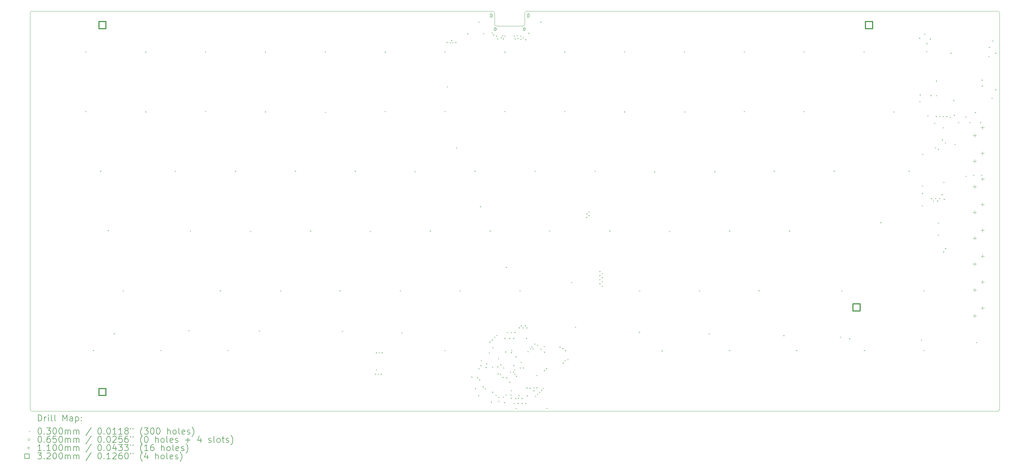
<source format=gbr>
%TF.GenerationSoftware,KiCad,Pcbnew,8.0.3*%
%TF.CreationDate,2024-07-13T16:12:32+02:00*%
%TF.ProjectId,DevKeyboard,4465764b-6579-4626-9f61-72642e6b6963,1.0*%
%TF.SameCoordinates,Original*%
%TF.FileFunction,Drillmap*%
%TF.FilePolarity,Positive*%
%FSLAX45Y45*%
G04 Gerber Fmt 4.5, Leading zero omitted, Abs format (unit mm)*
G04 Created by KiCad (PCBNEW 8.0.3) date 2024-07-13 16:12:32*
%MOMM*%
%LPD*%
G01*
G04 APERTURE LIST*
%ADD10C,0.050000*%
%ADD11C,0.200000*%
%ADD12C,0.100000*%
%ADD13C,0.110000*%
%ADD14C,0.320000*%
G04 APERTURE END LIST*
D10*
X2750000Y-14210000D02*
X2750000Y-1560000D01*
X18529800Y-1510000D02*
X33550000Y-1510000D01*
X33600000Y-14210000D02*
G75*
G02*
X33550000Y-14260000I-50000J0D01*
G01*
X33600000Y-1560000D02*
X33600000Y-14210000D01*
X33550000Y-1510000D02*
G75*
G02*
X33600000Y-1560000I0J-50000D01*
G01*
X33550000Y-14260000D02*
X2800000Y-14260000D01*
X2750000Y-1560000D02*
G75*
G02*
X2800000Y-1510000I50000J0D01*
G01*
X2800000Y-1510000D02*
X17490000Y-1510000D01*
X2800000Y-14260000D02*
G75*
G02*
X2750000Y-14210000I0J50000D01*
G01*
X17490000Y-1510000D02*
X17530200Y-1549440D01*
X17530000Y-1930000D02*
X17530200Y-1549440D01*
X18440000Y-1980000D02*
X17580000Y-1979980D01*
X18489800Y-1549000D02*
X18490000Y-1930000D01*
X18529800Y-1510000D02*
X18489800Y-1549000D01*
X17580000Y-1980000D02*
G75*
G02*
X17530000Y-1930000I0J50000D01*
G01*
X18490000Y-1930000D02*
G75*
G02*
X18440000Y-1980000I-50000J0D01*
G01*
D11*
D12*
X4504930Y-2785350D02*
X4534930Y-2815350D01*
X4534930Y-2785350D02*
X4504930Y-2815350D01*
X4504930Y-4690350D02*
X4534930Y-4720350D01*
X4534930Y-4690350D02*
X4504930Y-4720350D01*
X4746230Y-12310350D02*
X4776230Y-12340350D01*
X4776230Y-12310350D02*
X4746230Y-12340350D01*
X4974830Y-6595350D02*
X5004830Y-6625350D01*
X5004830Y-6595350D02*
X4974830Y-6625350D01*
X5216130Y-8487650D02*
X5246130Y-8517650D01*
X5246130Y-8487650D02*
X5216130Y-8517650D01*
X5406630Y-11776950D02*
X5436630Y-11806950D01*
X5436630Y-11776950D02*
X5406630Y-11806950D01*
X5698730Y-10405350D02*
X5728730Y-10435350D01*
X5728730Y-10405350D02*
X5698730Y-10435350D01*
X6409930Y-2798050D02*
X6439930Y-2828050D01*
X6439930Y-2798050D02*
X6409930Y-2828050D01*
X6409930Y-4703050D02*
X6439930Y-4733050D01*
X6439930Y-4703050D02*
X6409930Y-4733050D01*
X6892530Y-12310350D02*
X6922530Y-12340350D01*
X6922530Y-12310350D02*
X6892530Y-12340350D01*
X7349730Y-6595350D02*
X7379730Y-6625350D01*
X7379730Y-6595350D02*
X7349730Y-6625350D01*
X7781530Y-11675350D02*
X7811530Y-11705350D01*
X7811530Y-11675350D02*
X7781530Y-11705350D01*
X7832330Y-8500350D02*
X7862330Y-8530350D01*
X7862330Y-8500350D02*
X7832330Y-8530350D01*
X8314930Y-2785350D02*
X8344930Y-2815350D01*
X8344930Y-2785350D02*
X8314930Y-2815350D01*
X8314930Y-4690350D02*
X8344930Y-4720350D01*
X8344930Y-4690350D02*
X8314930Y-4720350D01*
X8784830Y-10405350D02*
X8814830Y-10435350D01*
X8814830Y-10405350D02*
X8784830Y-10435350D01*
X9026130Y-12310350D02*
X9056130Y-12340350D01*
X9056130Y-12310350D02*
X9026130Y-12340350D01*
X9267430Y-6595350D02*
X9297430Y-6625350D01*
X9297430Y-6595350D02*
X9267430Y-6625350D01*
X9750030Y-8513050D02*
X9780030Y-8543050D01*
X9780030Y-8513050D02*
X9750030Y-8543050D01*
X10029430Y-11688050D02*
X10059430Y-11718050D01*
X10059430Y-11688050D02*
X10029430Y-11718050D01*
X10219930Y-2798050D02*
X10249930Y-2828050D01*
X10249930Y-2798050D02*
X10219930Y-2828050D01*
X10219930Y-4703050D02*
X10249930Y-4733050D01*
X10249930Y-4703050D02*
X10219930Y-4733050D01*
X10702530Y-10405350D02*
X10732530Y-10435350D01*
X10732530Y-10405350D02*
X10702530Y-10435350D01*
X11172430Y-6595350D02*
X11202430Y-6625350D01*
X11202430Y-6595350D02*
X11172430Y-6625350D01*
X11655030Y-8500350D02*
X11685030Y-8530350D01*
X11685030Y-8500350D02*
X11655030Y-8530350D01*
X12124930Y-2785350D02*
X12154930Y-2815350D01*
X12154930Y-2785350D02*
X12124930Y-2815350D01*
X12124930Y-4715750D02*
X12154930Y-4745750D01*
X12154930Y-4715750D02*
X12124930Y-4745750D01*
X12594830Y-10405350D02*
X12624830Y-10435350D01*
X12624830Y-10405350D02*
X12594830Y-10435350D01*
X12671030Y-11695650D02*
X12701030Y-11725650D01*
X12701030Y-11695650D02*
X12671030Y-11725650D01*
X13077430Y-6595350D02*
X13107430Y-6625350D01*
X13107430Y-6595350D02*
X13077430Y-6625350D01*
X13560030Y-8513050D02*
X13590030Y-8543050D01*
X13590030Y-8513050D02*
X13560030Y-8543050D01*
X13726400Y-13066000D02*
X13756400Y-13096000D01*
X13756400Y-13066000D02*
X13726400Y-13096000D01*
X13751800Y-12380200D02*
X13781800Y-12410200D01*
X13781800Y-12380200D02*
X13751800Y-12410200D01*
X13751800Y-12926300D02*
X13781800Y-12956300D01*
X13781800Y-12926300D02*
X13751800Y-12956300D01*
X13815300Y-13066000D02*
X13845300Y-13096000D01*
X13845300Y-13066000D02*
X13815300Y-13096000D01*
X13840700Y-12380200D02*
X13870700Y-12410200D01*
X13870700Y-12380200D02*
X13840700Y-12410200D01*
X13904200Y-13066000D02*
X13934200Y-13096000D01*
X13934200Y-13066000D02*
X13904200Y-13096000D01*
X13929600Y-12380200D02*
X13959600Y-12410200D01*
X13959600Y-12380200D02*
X13929600Y-12410200D01*
X14029930Y-2798050D02*
X14059930Y-2828050D01*
X14059930Y-2798050D02*
X14029930Y-2828050D01*
X14029930Y-4690350D02*
X14059930Y-4720350D01*
X14059930Y-4690350D02*
X14029930Y-4720350D01*
X14512530Y-10405350D02*
X14542530Y-10435350D01*
X14542530Y-10405350D02*
X14512530Y-10435350D01*
X14563330Y-11751550D02*
X14593330Y-11781550D01*
X14593330Y-11751550D02*
X14563330Y-11781550D01*
X14982430Y-6608050D02*
X15012430Y-6638050D01*
X15012430Y-6608050D02*
X14982430Y-6638050D01*
X15465030Y-8500350D02*
X15495030Y-8530350D01*
X15495030Y-8500350D02*
X15465030Y-8530350D01*
X15934930Y-2785350D02*
X15964930Y-2815350D01*
X15964930Y-2785350D02*
X15934930Y-2815350D01*
X15934930Y-4690350D02*
X15964930Y-4720350D01*
X15964930Y-4690350D02*
X15934930Y-4720350D01*
X15934930Y-12310350D02*
X15964930Y-12340350D01*
X15964930Y-12310350D02*
X15934930Y-12340350D01*
X15999700Y-2486900D02*
X16029700Y-2516900D01*
X16029700Y-2486900D02*
X15999700Y-2516900D01*
X16011130Y-3902950D02*
X16041130Y-3932950D01*
X16041130Y-3902950D02*
X16011130Y-3932950D01*
X16106980Y-2494440D02*
X16136980Y-2524440D01*
X16136980Y-2494440D02*
X16106980Y-2524440D01*
X16144480Y-2428480D02*
X16174480Y-2458480D01*
X16174480Y-2428480D02*
X16144480Y-2458480D01*
X16181980Y-2494440D02*
X16211980Y-2524440D01*
X16211980Y-2494440D02*
X16181980Y-2524440D01*
X16279100Y-2486900D02*
X16309100Y-2516900D01*
X16309100Y-2486900D02*
X16279100Y-2516900D01*
X16304343Y-5842557D02*
X16334343Y-5872557D01*
X16334343Y-5842557D02*
X16304343Y-5872557D01*
X16417530Y-10405350D02*
X16447530Y-10435350D01*
X16447530Y-10405350D02*
X16417530Y-10435350D01*
X16656580Y-2212580D02*
X16686580Y-2242580D01*
X16686580Y-2212580D02*
X16656580Y-2242580D01*
X16787100Y-13154900D02*
X16817100Y-13184900D01*
X16817100Y-13154900D02*
X16787100Y-13184900D01*
X16887430Y-6595350D02*
X16917430Y-6625350D01*
X16917430Y-6595350D02*
X16887430Y-6625350D01*
X16901400Y-13523200D02*
X16931400Y-13553200D01*
X16931400Y-13523200D02*
X16901400Y-13553200D01*
X16967440Y-13177760D02*
X16997440Y-13207760D01*
X16997440Y-13177760D02*
X16967440Y-13207760D01*
X17002674Y-13743789D02*
X17032674Y-13773789D01*
X17032674Y-13743789D02*
X17002674Y-13773789D01*
X17015700Y-1839200D02*
X17045700Y-1869200D01*
X17045700Y-1839200D02*
X17015700Y-1869200D01*
X17015700Y-12888200D02*
X17045700Y-12918200D01*
X17045700Y-12888200D02*
X17015700Y-12918200D01*
X17038560Y-13243800D02*
X17068560Y-13273800D01*
X17068560Y-13243800D02*
X17038560Y-13273800D01*
X17060930Y-7724380D02*
X17090930Y-7754380D01*
X17090930Y-7724380D02*
X17060930Y-7754380D01*
X17079200Y-12786600D02*
X17109200Y-12816600D01*
X17109200Y-12786600D02*
X17079200Y-12816600D01*
X17091900Y-12634200D02*
X17121900Y-12664200D01*
X17121900Y-12634200D02*
X17091900Y-12664200D01*
X17146473Y-13463473D02*
X17176473Y-13493473D01*
X17176473Y-13463473D02*
X17146473Y-13493473D01*
X17164580Y-2207500D02*
X17194580Y-2237500D01*
X17194580Y-2207500D02*
X17164580Y-2237500D01*
X17218900Y-13523200D02*
X17248900Y-13553200D01*
X17248900Y-13523200D02*
X17218900Y-13553200D01*
X17244300Y-12850100D02*
X17274300Y-12880100D01*
X17274300Y-12850100D02*
X17244300Y-12880100D01*
X17257000Y-12735800D02*
X17287000Y-12765800D01*
X17287000Y-12735800D02*
X17257000Y-12765800D01*
X17344695Y-12381405D02*
X17374695Y-12411405D01*
X17374695Y-12381405D02*
X17344695Y-12411405D01*
X17363680Y-12039840D02*
X17393680Y-12069840D01*
X17393680Y-12039840D02*
X17363680Y-12069840D01*
X17370030Y-8500350D02*
X17400030Y-8530350D01*
X17400030Y-8500350D02*
X17370030Y-8530350D01*
X17409074Y-13957149D02*
X17439074Y-13987149D01*
X17439074Y-13957149D02*
X17409074Y-13987149D01*
X17434800Y-2182100D02*
X17464800Y-2212100D01*
X17464800Y-2182100D02*
X17434800Y-2212100D01*
X17434800Y-11973800D02*
X17464800Y-12003800D01*
X17464800Y-11973800D02*
X17434800Y-12003800D01*
X17447500Y-12837400D02*
X17477500Y-12867400D01*
X17477500Y-12837400D02*
X17447500Y-12867400D01*
X17447500Y-13637500D02*
X17477500Y-13667500D01*
X17477500Y-13637500D02*
X17447500Y-13667500D01*
X17460200Y-12215100D02*
X17490200Y-12245100D01*
X17490200Y-12215100D02*
X17460200Y-12245100D01*
X17485600Y-2245600D02*
X17515600Y-2275600D01*
X17515600Y-2245600D02*
X17485600Y-2275600D01*
X17521160Y-11887440D02*
X17551160Y-11917440D01*
X17551160Y-11887440D02*
X17521160Y-11917440D01*
X17561474Y-13738709D02*
X17591474Y-13768709D01*
X17591474Y-13738709D02*
X17561474Y-13768709D01*
X17574500Y-2283700D02*
X17604500Y-2313700D01*
X17604500Y-2283700D02*
X17574500Y-2313700D01*
X17587200Y-11826480D02*
X17617200Y-11856480D01*
X17617200Y-11826480D02*
X17587200Y-11856480D01*
X17612600Y-2372600D02*
X17642600Y-2402600D01*
X17642600Y-2372600D02*
X17612600Y-2402600D01*
X17612600Y-12829673D02*
X17642600Y-12859673D01*
X17642600Y-12829673D02*
X17612600Y-12859673D01*
X17625300Y-13053300D02*
X17655300Y-13083300D01*
X17655300Y-13053300D02*
X17625300Y-13083300D01*
X17638000Y-12570700D02*
X17668000Y-12600700D01*
X17668000Y-12570700D02*
X17638000Y-12600700D01*
X17650700Y-13802600D02*
X17680700Y-13832600D01*
X17680700Y-13802600D02*
X17650700Y-13832600D01*
X17650700Y-13929600D02*
X17680700Y-13959600D01*
X17680700Y-13929600D02*
X17650700Y-13959600D01*
X17701500Y-13066000D02*
X17731500Y-13096000D01*
X17731500Y-13066000D02*
X17701500Y-13096000D01*
X17711427Y-12764673D02*
X17741427Y-12794673D01*
X17741427Y-12764673D02*
X17711427Y-12794673D01*
X17726900Y-2334500D02*
X17756900Y-2364500D01*
X17756900Y-2334500D02*
X17726900Y-2364500D01*
X17767419Y-2273698D02*
X17797419Y-2303698D01*
X17797419Y-2273698D02*
X17767419Y-2303698D01*
X17778879Y-13165398D02*
X17808879Y-13195398D01*
X17808879Y-13165398D02*
X17778879Y-13195398D01*
X17790400Y-2372600D02*
X17820400Y-2402600D01*
X17820400Y-2372600D02*
X17790400Y-2402600D01*
X17790400Y-13789900D02*
X17820400Y-13819900D01*
X17820400Y-13789900D02*
X17790400Y-13819900D01*
X17803100Y-12862800D02*
X17833100Y-12892800D01*
X17833100Y-12862800D02*
X17803100Y-12892800D01*
X17828500Y-13967700D02*
X17858500Y-13997700D01*
X17858500Y-13967700D02*
X17828500Y-13997700D01*
X17839930Y-2798050D02*
X17869930Y-2828050D01*
X17869930Y-2798050D02*
X17839930Y-2828050D01*
X17839930Y-4690350D02*
X17869930Y-4720350D01*
X17869930Y-4690350D02*
X17839930Y-4720350D01*
X17841200Y-2283700D02*
X17871200Y-2313700D01*
X17871200Y-2283700D02*
X17841200Y-2313700D01*
X17841200Y-11923000D02*
X17871200Y-11953000D01*
X17871200Y-11923000D02*
X17841200Y-11953000D01*
X17866600Y-12354800D02*
X17896600Y-12384800D01*
X17896600Y-12354800D02*
X17866600Y-12384800D01*
X17879300Y-13726400D02*
X17909300Y-13756400D01*
X17909300Y-13726400D02*
X17879300Y-13756400D01*
X17888787Y-9658154D02*
X17918787Y-9688154D01*
X17918787Y-9658154D02*
X17888787Y-9688154D01*
X17904700Y-13180300D02*
X17934700Y-13210300D01*
X17934700Y-13180300D02*
X17904700Y-13210300D01*
X17917400Y-11732500D02*
X17947400Y-11762500D01*
X17947400Y-11732500D02*
X17917400Y-11762500D01*
X17993600Y-11923000D02*
X18023600Y-11953000D01*
X18023600Y-11923000D02*
X17993600Y-11953000D01*
X17993600Y-13320000D02*
X18023600Y-13350000D01*
X18023600Y-13320000D02*
X17993600Y-13350000D01*
X18020348Y-13002882D02*
X18050348Y-13032882D01*
X18050348Y-13002882D02*
X18020348Y-13032882D01*
X18031700Y-13726400D02*
X18061700Y-13756400D01*
X18061700Y-13726400D02*
X18031700Y-13756400D01*
X18043372Y-12372641D02*
X18073372Y-12402641D01*
X18073372Y-12372641D02*
X18043372Y-12402641D01*
X18044400Y-11732500D02*
X18074400Y-11762500D01*
X18074400Y-11732500D02*
X18044400Y-11762500D01*
X18044400Y-13586700D02*
X18074400Y-13616700D01*
X18074400Y-13586700D02*
X18044400Y-13616700D01*
X18044400Y-13828000D02*
X18074400Y-13858000D01*
X18074400Y-13828000D02*
X18044400Y-13858000D01*
X18057100Y-12304000D02*
X18087100Y-12334000D01*
X18087100Y-12304000D02*
X18057100Y-12334000D01*
X18113886Y-13001710D02*
X18143886Y-13031710D01*
X18143886Y-13001710D02*
X18113886Y-13031710D01*
X18120600Y-11923000D02*
X18150600Y-11953000D01*
X18150600Y-11923000D02*
X18120600Y-11953000D01*
X18120600Y-12786600D02*
X18150600Y-12816600D01*
X18150600Y-12786600D02*
X18120600Y-12816600D01*
X18141150Y-2278850D02*
X18171150Y-2308850D01*
X18171150Y-2278850D02*
X18141150Y-2308850D01*
X18144500Y-12927800D02*
X18174500Y-12957800D01*
X18174500Y-12927800D02*
X18144500Y-12957800D01*
X18146000Y-13993100D02*
X18176000Y-14023100D01*
X18176000Y-13993100D02*
X18146000Y-14023100D01*
X18157167Y-13068991D02*
X18187167Y-13098991D01*
X18187167Y-13068991D02*
X18157167Y-13098991D01*
X18158700Y-11732500D02*
X18188700Y-11762500D01*
X18188700Y-11732500D02*
X18158700Y-11762500D01*
X18171400Y-2372600D02*
X18201400Y-2402600D01*
X18201400Y-2372600D02*
X18171400Y-2402600D01*
X18184100Y-13840700D02*
X18214100Y-13870700D01*
X18214100Y-13840700D02*
X18184100Y-13870700D01*
X18196800Y-12509635D02*
X18226800Y-12539635D01*
X18226800Y-12509635D02*
X18196800Y-12539635D01*
X18201880Y-14158200D02*
X18231880Y-14188200D01*
X18231880Y-14158200D02*
X18201880Y-14188200D01*
X18209500Y-13129500D02*
X18239500Y-13159500D01*
X18239500Y-13129500D02*
X18209500Y-13159500D01*
X18234900Y-2271000D02*
X18264900Y-2301000D01*
X18264900Y-2271000D02*
X18234900Y-2301000D01*
X18260300Y-2359900D02*
X18290300Y-2389900D01*
X18290300Y-2359900D02*
X18260300Y-2389900D01*
X18260300Y-13993100D02*
X18290300Y-14023100D01*
X18290300Y-13993100D02*
X18260300Y-14023100D01*
X18273000Y-13828000D02*
X18303000Y-13858000D01*
X18303000Y-13828000D02*
X18273000Y-13858000D01*
X18294074Y-13743426D02*
X18324074Y-13773426D01*
X18324074Y-13743426D02*
X18294074Y-13773426D01*
X18297130Y-11586450D02*
X18327130Y-11616450D01*
X18327130Y-11586450D02*
X18297130Y-11616450D01*
X18322530Y-10405350D02*
X18352530Y-10435350D01*
X18352530Y-10405350D02*
X18322530Y-10435350D01*
X18336500Y-12862800D02*
X18366500Y-12892800D01*
X18366500Y-12862800D02*
X18336500Y-12892800D01*
X18349200Y-2283700D02*
X18379200Y-2313700D01*
X18379200Y-2283700D02*
X18349200Y-2313700D01*
X18349200Y-2385300D02*
X18379200Y-2415300D01*
X18379200Y-2385300D02*
X18349200Y-2415300D01*
X18360400Y-12687100D02*
X18390400Y-12717100D01*
X18390400Y-12687100D02*
X18360400Y-12717100D01*
X18360630Y-11522950D02*
X18390630Y-11552950D01*
X18390630Y-11522950D02*
X18360630Y-11552950D01*
X18385476Y-13841900D02*
X18415476Y-13871900D01*
X18415476Y-13841900D02*
X18385476Y-13871900D01*
X18387300Y-13993100D02*
X18417300Y-14023100D01*
X18417300Y-13993100D02*
X18387300Y-14023100D01*
X18420630Y-11586450D02*
X18450630Y-11616450D01*
X18450630Y-11586450D02*
X18420630Y-11616450D01*
X18425400Y-2334500D02*
X18455400Y-2364500D01*
X18455400Y-2334500D02*
X18425400Y-2364500D01*
X18425400Y-12862800D02*
X18455400Y-12892800D01*
X18455400Y-12862800D02*
X18425400Y-12892800D01*
X18487630Y-11522950D02*
X18517630Y-11552950D01*
X18517630Y-11522950D02*
X18487630Y-11552950D01*
X18501600Y-2398000D02*
X18531600Y-2428000D01*
X18531600Y-2398000D02*
X18501600Y-2428000D01*
X18501600Y-13993100D02*
X18531600Y-14023100D01*
X18531600Y-13993100D02*
X18501600Y-14023100D01*
X18527000Y-11923000D02*
X18557000Y-11953000D01*
X18557000Y-11923000D02*
X18527000Y-11953000D01*
X18540630Y-11587944D02*
X18570630Y-11617944D01*
X18570630Y-11587944D02*
X18540630Y-11617944D01*
X18544538Y-13498500D02*
X18574538Y-13528500D01*
X18574538Y-13498500D02*
X18544538Y-13528500D01*
X18552400Y-13751800D02*
X18582400Y-13781800D01*
X18582400Y-13751800D02*
X18552400Y-13781800D01*
X18577800Y-12342100D02*
X18607800Y-12372100D01*
X18607800Y-12342100D02*
X18577800Y-12372100D01*
X18603200Y-2194800D02*
X18633200Y-2224800D01*
X18633200Y-2194800D02*
X18603200Y-2224800D01*
X18637188Y-13516935D02*
X18667188Y-13546935D01*
X18667188Y-13516935D02*
X18637188Y-13546935D01*
X18657300Y-12255592D02*
X18687300Y-12285592D01*
X18687300Y-12255592D02*
X18657300Y-12285592D01*
X18694800Y-12189700D02*
X18724800Y-12219700D01*
X18724800Y-12189700D02*
X18694800Y-12219700D01*
X18732300Y-12255592D02*
X18762300Y-12285592D01*
X18762300Y-12255592D02*
X18732300Y-12285592D01*
X18764926Y-13590074D02*
X18794926Y-13620074D01*
X18794926Y-13590074D02*
X18764926Y-13620074D01*
X18767188Y-13500412D02*
X18797188Y-13530412D01*
X18797188Y-13500412D02*
X18767188Y-13530412D01*
X18793700Y-12100800D02*
X18823700Y-12130800D01*
X18823700Y-12100800D02*
X18793700Y-12130800D01*
X18805130Y-6595350D02*
X18835130Y-6625350D01*
X18835130Y-6595350D02*
X18805130Y-6625350D01*
X18819100Y-13770709D02*
X18849100Y-13800709D01*
X18849100Y-13770709D02*
X18819100Y-13800709D01*
X18857200Y-13105600D02*
X18887200Y-13135600D01*
X18887200Y-13105600D02*
X18857200Y-13135600D01*
X18857200Y-13498500D02*
X18887200Y-13528500D01*
X18887200Y-13498500D02*
X18857200Y-13528500D01*
X18882600Y-12138900D02*
X18912600Y-12168900D01*
X18912600Y-12138900D02*
X18882600Y-12168900D01*
X18882600Y-13705709D02*
X18912600Y-13735709D01*
X18912600Y-13705709D02*
X18882600Y-13735709D01*
X18946100Y-13640709D02*
X18976100Y-13670709D01*
X18976100Y-13640709D02*
X18946100Y-13670709D01*
X18984200Y-1839200D02*
X19014200Y-1869200D01*
X19014200Y-1839200D02*
X18984200Y-1869200D01*
X18989280Y-12263360D02*
X19019280Y-12293360D01*
X19019280Y-12263360D02*
X18989280Y-12293360D01*
X19009600Y-13574000D02*
X19039600Y-13604000D01*
X19039600Y-13574000D02*
X19009600Y-13604000D01*
X19060610Y-13510709D02*
X19090610Y-13540709D01*
X19090610Y-13510709D02*
X19060610Y-13540709D01*
X19098500Y-12177000D02*
X19128500Y-12207000D01*
X19128500Y-12177000D02*
X19098500Y-12207000D01*
X19098500Y-12953200D02*
X19128500Y-12983200D01*
X19128500Y-12953200D02*
X19098500Y-12983200D01*
X19101040Y-12364960D02*
X19131040Y-12394960D01*
X19131040Y-12364960D02*
X19101040Y-12394960D01*
X19162000Y-12888200D02*
X19192000Y-12918200D01*
X19192000Y-12888200D02*
X19162000Y-12918200D01*
X19177240Y-14153120D02*
X19207240Y-14183120D01*
X19207240Y-14153120D02*
X19177240Y-14183120D01*
X19268680Y-8494000D02*
X19298680Y-8524000D01*
X19298680Y-8494000D02*
X19268680Y-8524000D01*
X19593800Y-12202400D02*
X19623800Y-12232400D01*
X19623800Y-12202400D02*
X19593800Y-12232400D01*
X19682567Y-12250266D02*
X19712567Y-12280266D01*
X19712567Y-12250266D02*
X19682567Y-12280266D01*
X19695400Y-12710400D02*
X19725400Y-12740400D01*
X19725400Y-12710400D02*
X19695400Y-12740400D01*
X19744930Y-2798050D02*
X19774930Y-2828050D01*
X19774930Y-2798050D02*
X19744930Y-2828050D01*
X19744930Y-4690350D02*
X19774930Y-4720350D01*
X19774930Y-4690350D02*
X19744930Y-4720350D01*
X19758900Y-12634200D02*
X19788900Y-12664200D01*
X19788900Y-12634200D02*
X19758900Y-12664200D01*
X19771600Y-12315200D02*
X19801600Y-12345200D01*
X19801600Y-12315200D02*
X19771600Y-12345200D01*
X19847800Y-12595200D02*
X19877800Y-12625200D01*
X19877800Y-12595200D02*
X19847800Y-12625200D01*
X19964640Y-10142460D02*
X19994640Y-10172460D01*
X19994640Y-10142460D02*
X19964640Y-10172460D01*
X20089100Y-11567400D02*
X20119100Y-11597400D01*
X20119100Y-11567400D02*
X20089100Y-11597400D01*
X20444700Y-7947900D02*
X20474700Y-7977900D01*
X20474700Y-7947900D02*
X20444700Y-7977900D01*
X20444700Y-8067900D02*
X20474700Y-8097900D01*
X20474700Y-8067900D02*
X20444700Y-8097900D01*
X20520900Y-7884400D02*
X20550900Y-7914400D01*
X20550900Y-7884400D02*
X20520900Y-7914400D01*
X20520900Y-8007900D02*
X20550900Y-8037900D01*
X20550900Y-8007900D02*
X20520900Y-8037900D01*
X20710130Y-6595350D02*
X20740130Y-6625350D01*
X20740130Y-6595350D02*
X20710130Y-6625350D01*
X20863800Y-9789400D02*
X20893800Y-9819400D01*
X20893800Y-9789400D02*
X20863800Y-9819400D01*
X20863800Y-9919400D02*
X20893800Y-9949400D01*
X20893800Y-9919400D02*
X20863800Y-9949400D01*
X20863800Y-10049400D02*
X20893800Y-10079400D01*
X20893800Y-10049400D02*
X20863800Y-10079400D01*
X20863800Y-10179400D02*
X20893800Y-10209400D01*
X20893800Y-10179400D02*
X20863800Y-10209400D01*
X20940000Y-9854400D02*
X20970000Y-9884400D01*
X20970000Y-9854400D02*
X20940000Y-9884400D01*
X20940000Y-9984400D02*
X20970000Y-10014400D01*
X20970000Y-9984400D02*
X20940000Y-10014400D01*
X20940000Y-10114400D02*
X20970000Y-10144400D01*
X20970000Y-10114400D02*
X20940000Y-10144400D01*
X20940000Y-10259300D02*
X20970000Y-10289300D01*
X20970000Y-10259300D02*
X20940000Y-10289300D01*
X21180030Y-8500350D02*
X21210030Y-8530350D01*
X21210030Y-8500350D02*
X21180030Y-8530350D01*
X21649930Y-2785350D02*
X21679930Y-2815350D01*
X21679930Y-2785350D02*
X21649930Y-2815350D01*
X21649930Y-4703050D02*
X21679930Y-4733050D01*
X21679930Y-4703050D02*
X21649930Y-4733050D01*
X22119830Y-11726150D02*
X22149830Y-11756150D01*
X22149830Y-11726150D02*
X22119830Y-11756150D01*
X22132530Y-10405350D02*
X22162530Y-10435350D01*
X22162530Y-10405350D02*
X22132530Y-10435350D01*
X22602430Y-6620750D02*
X22632430Y-6650750D01*
X22632430Y-6620750D02*
X22602430Y-6650750D01*
X22843730Y-12323050D02*
X22873730Y-12353050D01*
X22873730Y-12323050D02*
X22843730Y-12353050D01*
X23085030Y-8513050D02*
X23115030Y-8543050D01*
X23115030Y-8513050D02*
X23085030Y-8543050D01*
X23554930Y-2785350D02*
X23584930Y-2815350D01*
X23584930Y-2785350D02*
X23554930Y-2815350D01*
X23567630Y-4703050D02*
X23597630Y-4733050D01*
X23597630Y-4703050D02*
X23567630Y-4733050D01*
X24037530Y-10405350D02*
X24067530Y-10435350D01*
X24067530Y-10405350D02*
X24037530Y-10435350D01*
X24342330Y-11776950D02*
X24372330Y-11806950D01*
X24372330Y-11776950D02*
X24342330Y-11806950D01*
X24520130Y-6608050D02*
X24550130Y-6638050D01*
X24550130Y-6608050D02*
X24520130Y-6638050D01*
X24990030Y-8500350D02*
X25020030Y-8530350D01*
X25020030Y-8500350D02*
X24990030Y-8530350D01*
X24990030Y-12310350D02*
X25020030Y-12340350D01*
X25020030Y-12310350D02*
X24990030Y-12340350D01*
X25459930Y-2785350D02*
X25489930Y-2815350D01*
X25489930Y-2785350D02*
X25459930Y-2815350D01*
X25459930Y-4690350D02*
X25489930Y-4720350D01*
X25489930Y-4690350D02*
X25459930Y-4720350D01*
X25929830Y-10405350D02*
X25959830Y-10435350D01*
X25959830Y-10405350D02*
X25929830Y-10435350D01*
X26412430Y-6595350D02*
X26442430Y-6625350D01*
X26442430Y-6595350D02*
X26412430Y-6625350D01*
X26717230Y-11833650D02*
X26747230Y-11863650D01*
X26747230Y-11833650D02*
X26717230Y-11863650D01*
X26895030Y-8500350D02*
X26925030Y-8530350D01*
X26925030Y-8500350D02*
X26895030Y-8530350D01*
X27123630Y-12310350D02*
X27153630Y-12340350D01*
X27153630Y-12310350D02*
X27123630Y-12340350D01*
X27364930Y-2785350D02*
X27394930Y-2815350D01*
X27394930Y-2785350D02*
X27364930Y-2815350D01*
X27364930Y-4690350D02*
X27394930Y-4720350D01*
X27394930Y-4690350D02*
X27364930Y-4720350D01*
X28317430Y-6595350D02*
X28347430Y-6625350D01*
X28347430Y-6595350D02*
X28317430Y-6625350D01*
X28520630Y-11883650D02*
X28550630Y-11913650D01*
X28550630Y-11883650D02*
X28520630Y-11913650D01*
X28558730Y-10405350D02*
X28588730Y-10435350D01*
X28588730Y-10405350D02*
X28558730Y-10435350D01*
X28812730Y-11933650D02*
X28842730Y-11963650D01*
X28842730Y-11933650D02*
X28812730Y-11963650D01*
X29269930Y-2785350D02*
X29299930Y-2815350D01*
X29299930Y-2785350D02*
X29269930Y-2815350D01*
X29282630Y-12310350D02*
X29312630Y-12340350D01*
X29312630Y-12310350D02*
X29282630Y-12340350D01*
X29803330Y-8233650D02*
X29833330Y-8263650D01*
X29833330Y-8233650D02*
X29803330Y-8263650D01*
X30222430Y-4703050D02*
X30252430Y-4733050D01*
X30252430Y-4703050D02*
X30222430Y-4733050D01*
X30705030Y-6595350D02*
X30735030Y-6625350D01*
X30735030Y-6595350D02*
X30705030Y-6625350D01*
X31039040Y-2357360D02*
X31069040Y-2387360D01*
X31069040Y-2357360D02*
X31039040Y-2387360D01*
X31049200Y-4374120D02*
X31079200Y-4404120D01*
X31079200Y-4374120D02*
X31049200Y-4404120D01*
X31059360Y-4160760D02*
X31089360Y-4190760D01*
X31089360Y-4160760D02*
X31059360Y-4190760D01*
X31098730Y-11980150D02*
X31128730Y-12010150D01*
X31128730Y-11980150D02*
X31098730Y-12010150D01*
X31125400Y-7058900D02*
X31155400Y-7088900D01*
X31155400Y-7058900D02*
X31125400Y-7088900D01*
X31125400Y-7300200D02*
X31155400Y-7330200D01*
X31155400Y-7300200D02*
X31125400Y-7330200D01*
X31125400Y-7693900D02*
X31155400Y-7723900D01*
X31155400Y-7693900D02*
X31125400Y-7723900D01*
X31138100Y-6055600D02*
X31168100Y-6085600D01*
X31168100Y-6055600D02*
X31138100Y-6085600D01*
X31174930Y-10405350D02*
X31204930Y-10435350D01*
X31204930Y-10405350D02*
X31174930Y-10435350D01*
X31174930Y-12310350D02*
X31204930Y-12340350D01*
X31204930Y-12310350D02*
X31174930Y-12340350D01*
X31206680Y-2220200D02*
X31236680Y-2250200D01*
X31236680Y-2220200D02*
X31206680Y-2250200D01*
X31265100Y-2779000D02*
X31295100Y-2809000D01*
X31295100Y-2779000D02*
X31265100Y-2809000D01*
X31267640Y-2525000D02*
X31297640Y-2555000D01*
X31297640Y-2525000D02*
X31267640Y-2555000D01*
X31303200Y-4823700D02*
X31333200Y-4853700D01*
X31333200Y-4823700D02*
X31303200Y-4853700D01*
X31379400Y-2382760D02*
X31409400Y-2412760D01*
X31409400Y-2382760D02*
X31379400Y-2412760D01*
X31399720Y-4181080D02*
X31429720Y-4211080D01*
X31429720Y-4181080D02*
X31399720Y-4211080D01*
X31417500Y-7465300D02*
X31447500Y-7495300D01*
X31447500Y-7465300D02*
X31417500Y-7495300D01*
X31482500Y-7541500D02*
X31512500Y-7571500D01*
X31512500Y-7541500D02*
X31482500Y-7571500D01*
X31519100Y-5065000D02*
X31549100Y-5095000D01*
X31549100Y-5065000D02*
X31519100Y-5095000D01*
X31545000Y-5845000D02*
X31575000Y-5875000D01*
X31575000Y-5845000D02*
X31545000Y-5875000D01*
X31547500Y-7465300D02*
X31577500Y-7495300D01*
X31577500Y-7465300D02*
X31547500Y-7495300D01*
X31569900Y-4849100D02*
X31599900Y-4879100D01*
X31599900Y-4849100D02*
X31569900Y-4879100D01*
X31572440Y-3718800D02*
X31602440Y-3748800D01*
X31602440Y-3718800D02*
X31572440Y-3748800D01*
X31572440Y-4181080D02*
X31602440Y-4211080D01*
X31602440Y-4181080D02*
X31572440Y-4211080D01*
X31612500Y-7541500D02*
X31642500Y-7571500D01*
X31642500Y-7541500D02*
X31612500Y-7571500D01*
X31635000Y-5895000D02*
X31665000Y-5925000D01*
X31665000Y-5895000D02*
X31635000Y-5925000D01*
X31638480Y-8240000D02*
X31668480Y-8270000D01*
X31668480Y-8240000D02*
X31638480Y-8270000D01*
X31638480Y-8631160D02*
X31668480Y-8661160D01*
X31668480Y-8631160D02*
X31638480Y-8661160D01*
X31677500Y-7465300D02*
X31707500Y-7495300D01*
X31707500Y-7465300D02*
X31677500Y-7495300D01*
X31684200Y-4849100D02*
X31714200Y-4879100D01*
X31714200Y-4849100D02*
X31684200Y-4879100D01*
X31755320Y-7340840D02*
X31785320Y-7370840D01*
X31785320Y-7340840D02*
X31755320Y-7370840D01*
X31765000Y-5595000D02*
X31795000Y-5625000D01*
X31795000Y-5595000D02*
X31765000Y-5625000D01*
X31785800Y-4849100D02*
X31815800Y-4879100D01*
X31815800Y-4849100D02*
X31785800Y-4879100D01*
X31795000Y-5205000D02*
X31825000Y-5235000D01*
X31825000Y-5205000D02*
X31795000Y-5235000D01*
X31801040Y-9164560D02*
X31831040Y-9194560D01*
X31831040Y-9164560D02*
X31801040Y-9194560D01*
X31811200Y-6949680D02*
X31841200Y-6979680D01*
X31841200Y-6949680D02*
X31811200Y-6979680D01*
X31823900Y-7490700D02*
X31853900Y-7520700D01*
X31853900Y-7490700D02*
X31823900Y-7520700D01*
X31862000Y-5687300D02*
X31892000Y-5717300D01*
X31892000Y-5687300D02*
X31862000Y-5717300D01*
X31867080Y-9057880D02*
X31897080Y-9087880D01*
X31897080Y-9057880D02*
X31867080Y-9087880D01*
X31900100Y-4849100D02*
X31930100Y-4879100D01*
X31930100Y-4849100D02*
X31900100Y-4879100D01*
X32014400Y-4874500D02*
X32044400Y-4904500D01*
X32044400Y-4874500D02*
X32014400Y-4904500D01*
X32039800Y-2829800D02*
X32069800Y-2859800D01*
X32069800Y-2829800D02*
X32039800Y-2859800D01*
X32126160Y-4338560D02*
X32156160Y-4368560D01*
X32156160Y-4338560D02*
X32126160Y-4368560D01*
X32141400Y-4811000D02*
X32171400Y-4841000D01*
X32171400Y-4811000D02*
X32141400Y-4841000D01*
X32166800Y-5738100D02*
X32196800Y-5768100D01*
X32196800Y-5738100D02*
X32166800Y-5768100D01*
X32281100Y-5039600D02*
X32311100Y-5069600D01*
X32311100Y-5039600D02*
X32281100Y-5069600D01*
X32509700Y-4861800D02*
X32539700Y-4891800D01*
X32539700Y-4861800D02*
X32509700Y-4891800D01*
X32522400Y-6754100D02*
X32552400Y-6784100D01*
X32552400Y-6754100D02*
X32522400Y-6784100D01*
X32636700Y-5039600D02*
X32666700Y-5069600D01*
X32666700Y-5039600D02*
X32636700Y-5069600D01*
X32763700Y-6716000D02*
X32793700Y-6746000D01*
X32793700Y-6716000D02*
X32763700Y-6746000D01*
X32814500Y-4722100D02*
X32844500Y-4752100D01*
X32844500Y-4722100D02*
X32814500Y-4752100D01*
X32851330Y-12056350D02*
X32881330Y-12086350D01*
X32881330Y-12056350D02*
X32851330Y-12086350D01*
X32979600Y-5039600D02*
X33009600Y-5069600D01*
X33009600Y-5039600D02*
X32979600Y-5069600D01*
X33017700Y-6716000D02*
X33047700Y-6746000D01*
X33047700Y-6716000D02*
X33017700Y-6746000D01*
X33025320Y-3688320D02*
X33055320Y-3718320D01*
X33055320Y-3688320D02*
X33025320Y-3718320D01*
X33035480Y-3876280D02*
X33065480Y-3906280D01*
X33065480Y-3876280D02*
X33035480Y-3906280D01*
X33243760Y-2936480D02*
X33273760Y-2966480D01*
X33273760Y-2936480D02*
X33243760Y-2966480D01*
X33253920Y-2646920D02*
X33283920Y-2676920D01*
X33283920Y-2646920D02*
X33253920Y-2676920D01*
X33349202Y-4270798D02*
X33379202Y-4300798D01*
X33379202Y-4270798D02*
X33349202Y-4300798D01*
X33370760Y-2438640D02*
X33400760Y-2468640D01*
X33400760Y-2438640D02*
X33370760Y-2468640D01*
X33457120Y-3993120D02*
X33487120Y-4023120D01*
X33487120Y-3993120D02*
X33457120Y-4023120D01*
X33462200Y-2829800D02*
X33492200Y-2859800D01*
X33492200Y-2829800D02*
X33462200Y-2859800D01*
X17450500Y-1650000D02*
G75*
G02*
X17385500Y-1650000I-32500J0D01*
G01*
X17385500Y-1650000D02*
G75*
G02*
X17450500Y-1650000I32500J0D01*
G01*
X17385500Y-1615000D02*
X17385500Y-1685000D01*
X17450500Y-1685000D02*
G75*
G02*
X17385500Y-1685000I-32500J0D01*
G01*
X17450500Y-1685000D02*
X17450500Y-1615000D01*
X17450500Y-1615000D02*
G75*
G03*
X17385500Y-1615000I-32500J0D01*
G01*
X17577500Y-2082000D02*
G75*
G02*
X17512500Y-2082000I-32500J0D01*
G01*
X17512500Y-2082000D02*
G75*
G02*
X17577500Y-2082000I32500J0D01*
G01*
X17512500Y-2062000D02*
X17512500Y-2102000D01*
X17577500Y-2102000D02*
G75*
G02*
X17512500Y-2102000I-32500J0D01*
G01*
X17577500Y-2102000D02*
X17577500Y-2062000D01*
X17577500Y-2062000D02*
G75*
G03*
X17512500Y-2062000I-32500J0D01*
G01*
X18507500Y-2082000D02*
G75*
G02*
X18442500Y-2082000I-32500J0D01*
G01*
X18442500Y-2082000D02*
G75*
G02*
X18507500Y-2082000I32500J0D01*
G01*
X18442500Y-2062000D02*
X18442500Y-2102000D01*
X18507500Y-2102000D02*
G75*
G02*
X18442500Y-2102000I-32500J0D01*
G01*
X18507500Y-2102000D02*
X18507500Y-2062000D01*
X18507500Y-2062000D02*
G75*
G03*
X18442500Y-2062000I-32500J0D01*
G01*
X18634500Y-1650000D02*
G75*
G02*
X18569500Y-1650000I-32500J0D01*
G01*
X18569500Y-1650000D02*
G75*
G02*
X18634500Y-1650000I32500J0D01*
G01*
X18569500Y-1615000D02*
X18569500Y-1685000D01*
X18634500Y-1685000D02*
G75*
G02*
X18569500Y-1685000I-32500J0D01*
G01*
X18634500Y-1685000D02*
X18634500Y-1615000D01*
X18634500Y-1615000D02*
G75*
G03*
X18569500Y-1615000I-32500J0D01*
G01*
D13*
X32810000Y-5415000D02*
X32810000Y-5525000D01*
X32755000Y-5470000D02*
X32865000Y-5470000D01*
X32810000Y-6235900D02*
X32810000Y-6345900D01*
X32755000Y-6290900D02*
X32865000Y-6290900D01*
X32810500Y-7053300D02*
X32810500Y-7163300D01*
X32755500Y-7108300D02*
X32865500Y-7108300D01*
X32810500Y-7870100D02*
X32810500Y-7980100D01*
X32755500Y-7925100D02*
X32865500Y-7925100D01*
X32810500Y-8691600D02*
X32810500Y-8801600D01*
X32755500Y-8746600D02*
X32865500Y-8746600D01*
X32810500Y-9517100D02*
X32810500Y-9627100D01*
X32755500Y-9572100D02*
X32865500Y-9572100D01*
X32810500Y-10342600D02*
X32810500Y-10452600D01*
X32755500Y-10397600D02*
X32865500Y-10397600D01*
X32810500Y-11168100D02*
X32810500Y-11278100D01*
X32755500Y-11223100D02*
X32865500Y-11223100D01*
X33060000Y-5165000D02*
X33060000Y-5275000D01*
X33005000Y-5220000D02*
X33115000Y-5220000D01*
X33060000Y-5985900D02*
X33060000Y-6095900D01*
X33005000Y-6040900D02*
X33115000Y-6040900D01*
X33060500Y-6803300D02*
X33060500Y-6913300D01*
X33005500Y-6858300D02*
X33115500Y-6858300D01*
X33060500Y-7620100D02*
X33060500Y-7730100D01*
X33005500Y-7675100D02*
X33115500Y-7675100D01*
X33060500Y-8441600D02*
X33060500Y-8551600D01*
X33005500Y-8496600D02*
X33115500Y-8496600D01*
X33060500Y-9267100D02*
X33060500Y-9377100D01*
X33005500Y-9322100D02*
X33115500Y-9322100D01*
X33060500Y-10092600D02*
X33060500Y-10202600D01*
X33005500Y-10147600D02*
X33115500Y-10147600D01*
X33060500Y-10918100D02*
X33060500Y-11028100D01*
X33005500Y-10973100D02*
X33115500Y-10973100D01*
D14*
X5163138Y-2063138D02*
X5163138Y-1836862D01*
X4936862Y-1836862D01*
X4936862Y-2063138D01*
X5163138Y-2063138D01*
X5163138Y-13763138D02*
X5163138Y-13536862D01*
X4936862Y-13536862D01*
X4936862Y-13763138D01*
X5163138Y-13763138D01*
X29163138Y-11063138D02*
X29163138Y-10836862D01*
X28936862Y-10836862D01*
X28936862Y-11063138D01*
X29163138Y-11063138D01*
X29563138Y-2063138D02*
X29563138Y-1836862D01*
X29336862Y-1836862D01*
X29336862Y-2063138D01*
X29563138Y-2063138D01*
D11*
X3008277Y-14573984D02*
X3008277Y-14373984D01*
X3008277Y-14373984D02*
X3055896Y-14373984D01*
X3055896Y-14373984D02*
X3084467Y-14383508D01*
X3084467Y-14383508D02*
X3103515Y-14402555D01*
X3103515Y-14402555D02*
X3113039Y-14421603D01*
X3113039Y-14421603D02*
X3122562Y-14459698D01*
X3122562Y-14459698D02*
X3122562Y-14488269D01*
X3122562Y-14488269D02*
X3113039Y-14526365D01*
X3113039Y-14526365D02*
X3103515Y-14545412D01*
X3103515Y-14545412D02*
X3084467Y-14564460D01*
X3084467Y-14564460D02*
X3055896Y-14573984D01*
X3055896Y-14573984D02*
X3008277Y-14573984D01*
X3208277Y-14573984D02*
X3208277Y-14440650D01*
X3208277Y-14478746D02*
X3217801Y-14459698D01*
X3217801Y-14459698D02*
X3227324Y-14450174D01*
X3227324Y-14450174D02*
X3246372Y-14440650D01*
X3246372Y-14440650D02*
X3265420Y-14440650D01*
X3332086Y-14573984D02*
X3332086Y-14440650D01*
X3332086Y-14373984D02*
X3322562Y-14383508D01*
X3322562Y-14383508D02*
X3332086Y-14393031D01*
X3332086Y-14393031D02*
X3341610Y-14383508D01*
X3341610Y-14383508D02*
X3332086Y-14373984D01*
X3332086Y-14373984D02*
X3332086Y-14393031D01*
X3455896Y-14573984D02*
X3436848Y-14564460D01*
X3436848Y-14564460D02*
X3427324Y-14545412D01*
X3427324Y-14545412D02*
X3427324Y-14373984D01*
X3560658Y-14573984D02*
X3541610Y-14564460D01*
X3541610Y-14564460D02*
X3532086Y-14545412D01*
X3532086Y-14545412D02*
X3532086Y-14373984D01*
X3789229Y-14573984D02*
X3789229Y-14373984D01*
X3789229Y-14373984D02*
X3855896Y-14516841D01*
X3855896Y-14516841D02*
X3922562Y-14373984D01*
X3922562Y-14373984D02*
X3922562Y-14573984D01*
X4103515Y-14573984D02*
X4103515Y-14469222D01*
X4103515Y-14469222D02*
X4093991Y-14450174D01*
X4093991Y-14450174D02*
X4074943Y-14440650D01*
X4074943Y-14440650D02*
X4036848Y-14440650D01*
X4036848Y-14440650D02*
X4017801Y-14450174D01*
X4103515Y-14564460D02*
X4084467Y-14573984D01*
X4084467Y-14573984D02*
X4036848Y-14573984D01*
X4036848Y-14573984D02*
X4017801Y-14564460D01*
X4017801Y-14564460D02*
X4008277Y-14545412D01*
X4008277Y-14545412D02*
X4008277Y-14526365D01*
X4008277Y-14526365D02*
X4017801Y-14507317D01*
X4017801Y-14507317D02*
X4036848Y-14497793D01*
X4036848Y-14497793D02*
X4084467Y-14497793D01*
X4084467Y-14497793D02*
X4103515Y-14488269D01*
X4198753Y-14440650D02*
X4198753Y-14640650D01*
X4198753Y-14450174D02*
X4217801Y-14440650D01*
X4217801Y-14440650D02*
X4255896Y-14440650D01*
X4255896Y-14440650D02*
X4274944Y-14450174D01*
X4274944Y-14450174D02*
X4284467Y-14459698D01*
X4284467Y-14459698D02*
X4293991Y-14478746D01*
X4293991Y-14478746D02*
X4293991Y-14535888D01*
X4293991Y-14535888D02*
X4284467Y-14554936D01*
X4284467Y-14554936D02*
X4274944Y-14564460D01*
X4274944Y-14564460D02*
X4255896Y-14573984D01*
X4255896Y-14573984D02*
X4217801Y-14573984D01*
X4217801Y-14573984D02*
X4198753Y-14564460D01*
X4379705Y-14554936D02*
X4389229Y-14564460D01*
X4389229Y-14564460D02*
X4379705Y-14573984D01*
X4379705Y-14573984D02*
X4370182Y-14564460D01*
X4370182Y-14564460D02*
X4379705Y-14554936D01*
X4379705Y-14554936D02*
X4379705Y-14573984D01*
X4379705Y-14450174D02*
X4389229Y-14459698D01*
X4389229Y-14459698D02*
X4379705Y-14469222D01*
X4379705Y-14469222D02*
X4370182Y-14459698D01*
X4370182Y-14459698D02*
X4379705Y-14450174D01*
X4379705Y-14450174D02*
X4379705Y-14469222D01*
D12*
X2717500Y-14887500D02*
X2747500Y-14917500D01*
X2747500Y-14887500D02*
X2717500Y-14917500D01*
D11*
X3046372Y-14793984D02*
X3065420Y-14793984D01*
X3065420Y-14793984D02*
X3084467Y-14803508D01*
X3084467Y-14803508D02*
X3093991Y-14813031D01*
X3093991Y-14813031D02*
X3103515Y-14832079D01*
X3103515Y-14832079D02*
X3113039Y-14870174D01*
X3113039Y-14870174D02*
X3113039Y-14917793D01*
X3113039Y-14917793D02*
X3103515Y-14955888D01*
X3103515Y-14955888D02*
X3093991Y-14974936D01*
X3093991Y-14974936D02*
X3084467Y-14984460D01*
X3084467Y-14984460D02*
X3065420Y-14993984D01*
X3065420Y-14993984D02*
X3046372Y-14993984D01*
X3046372Y-14993984D02*
X3027324Y-14984460D01*
X3027324Y-14984460D02*
X3017801Y-14974936D01*
X3017801Y-14974936D02*
X3008277Y-14955888D01*
X3008277Y-14955888D02*
X2998753Y-14917793D01*
X2998753Y-14917793D02*
X2998753Y-14870174D01*
X2998753Y-14870174D02*
X3008277Y-14832079D01*
X3008277Y-14832079D02*
X3017801Y-14813031D01*
X3017801Y-14813031D02*
X3027324Y-14803508D01*
X3027324Y-14803508D02*
X3046372Y-14793984D01*
X3198753Y-14974936D02*
X3208277Y-14984460D01*
X3208277Y-14984460D02*
X3198753Y-14993984D01*
X3198753Y-14993984D02*
X3189229Y-14984460D01*
X3189229Y-14984460D02*
X3198753Y-14974936D01*
X3198753Y-14974936D02*
X3198753Y-14993984D01*
X3274943Y-14793984D02*
X3398753Y-14793984D01*
X3398753Y-14793984D02*
X3332086Y-14870174D01*
X3332086Y-14870174D02*
X3360658Y-14870174D01*
X3360658Y-14870174D02*
X3379705Y-14879698D01*
X3379705Y-14879698D02*
X3389229Y-14889222D01*
X3389229Y-14889222D02*
X3398753Y-14908269D01*
X3398753Y-14908269D02*
X3398753Y-14955888D01*
X3398753Y-14955888D02*
X3389229Y-14974936D01*
X3389229Y-14974936D02*
X3379705Y-14984460D01*
X3379705Y-14984460D02*
X3360658Y-14993984D01*
X3360658Y-14993984D02*
X3303515Y-14993984D01*
X3303515Y-14993984D02*
X3284467Y-14984460D01*
X3284467Y-14984460D02*
X3274943Y-14974936D01*
X3522562Y-14793984D02*
X3541610Y-14793984D01*
X3541610Y-14793984D02*
X3560658Y-14803508D01*
X3560658Y-14803508D02*
X3570182Y-14813031D01*
X3570182Y-14813031D02*
X3579705Y-14832079D01*
X3579705Y-14832079D02*
X3589229Y-14870174D01*
X3589229Y-14870174D02*
X3589229Y-14917793D01*
X3589229Y-14917793D02*
X3579705Y-14955888D01*
X3579705Y-14955888D02*
X3570182Y-14974936D01*
X3570182Y-14974936D02*
X3560658Y-14984460D01*
X3560658Y-14984460D02*
X3541610Y-14993984D01*
X3541610Y-14993984D02*
X3522562Y-14993984D01*
X3522562Y-14993984D02*
X3503515Y-14984460D01*
X3503515Y-14984460D02*
X3493991Y-14974936D01*
X3493991Y-14974936D02*
X3484467Y-14955888D01*
X3484467Y-14955888D02*
X3474943Y-14917793D01*
X3474943Y-14917793D02*
X3474943Y-14870174D01*
X3474943Y-14870174D02*
X3484467Y-14832079D01*
X3484467Y-14832079D02*
X3493991Y-14813031D01*
X3493991Y-14813031D02*
X3503515Y-14803508D01*
X3503515Y-14803508D02*
X3522562Y-14793984D01*
X3713039Y-14793984D02*
X3732086Y-14793984D01*
X3732086Y-14793984D02*
X3751134Y-14803508D01*
X3751134Y-14803508D02*
X3760658Y-14813031D01*
X3760658Y-14813031D02*
X3770182Y-14832079D01*
X3770182Y-14832079D02*
X3779705Y-14870174D01*
X3779705Y-14870174D02*
X3779705Y-14917793D01*
X3779705Y-14917793D02*
X3770182Y-14955888D01*
X3770182Y-14955888D02*
X3760658Y-14974936D01*
X3760658Y-14974936D02*
X3751134Y-14984460D01*
X3751134Y-14984460D02*
X3732086Y-14993984D01*
X3732086Y-14993984D02*
X3713039Y-14993984D01*
X3713039Y-14993984D02*
X3693991Y-14984460D01*
X3693991Y-14984460D02*
X3684467Y-14974936D01*
X3684467Y-14974936D02*
X3674943Y-14955888D01*
X3674943Y-14955888D02*
X3665420Y-14917793D01*
X3665420Y-14917793D02*
X3665420Y-14870174D01*
X3665420Y-14870174D02*
X3674943Y-14832079D01*
X3674943Y-14832079D02*
X3684467Y-14813031D01*
X3684467Y-14813031D02*
X3693991Y-14803508D01*
X3693991Y-14803508D02*
X3713039Y-14793984D01*
X3865420Y-14993984D02*
X3865420Y-14860650D01*
X3865420Y-14879698D02*
X3874943Y-14870174D01*
X3874943Y-14870174D02*
X3893991Y-14860650D01*
X3893991Y-14860650D02*
X3922563Y-14860650D01*
X3922563Y-14860650D02*
X3941610Y-14870174D01*
X3941610Y-14870174D02*
X3951134Y-14889222D01*
X3951134Y-14889222D02*
X3951134Y-14993984D01*
X3951134Y-14889222D02*
X3960658Y-14870174D01*
X3960658Y-14870174D02*
X3979705Y-14860650D01*
X3979705Y-14860650D02*
X4008277Y-14860650D01*
X4008277Y-14860650D02*
X4027324Y-14870174D01*
X4027324Y-14870174D02*
X4036848Y-14889222D01*
X4036848Y-14889222D02*
X4036848Y-14993984D01*
X4132086Y-14993984D02*
X4132086Y-14860650D01*
X4132086Y-14879698D02*
X4141610Y-14870174D01*
X4141610Y-14870174D02*
X4160658Y-14860650D01*
X4160658Y-14860650D02*
X4189229Y-14860650D01*
X4189229Y-14860650D02*
X4208277Y-14870174D01*
X4208277Y-14870174D02*
X4217801Y-14889222D01*
X4217801Y-14889222D02*
X4217801Y-14993984D01*
X4217801Y-14889222D02*
X4227325Y-14870174D01*
X4227325Y-14870174D02*
X4246372Y-14860650D01*
X4246372Y-14860650D02*
X4274944Y-14860650D01*
X4274944Y-14860650D02*
X4293991Y-14870174D01*
X4293991Y-14870174D02*
X4303515Y-14889222D01*
X4303515Y-14889222D02*
X4303515Y-14993984D01*
X4693991Y-14784460D02*
X4522563Y-15041603D01*
X4951134Y-14793984D02*
X4970182Y-14793984D01*
X4970182Y-14793984D02*
X4989229Y-14803508D01*
X4989229Y-14803508D02*
X4998753Y-14813031D01*
X4998753Y-14813031D02*
X5008277Y-14832079D01*
X5008277Y-14832079D02*
X5017801Y-14870174D01*
X5017801Y-14870174D02*
X5017801Y-14917793D01*
X5017801Y-14917793D02*
X5008277Y-14955888D01*
X5008277Y-14955888D02*
X4998753Y-14974936D01*
X4998753Y-14974936D02*
X4989229Y-14984460D01*
X4989229Y-14984460D02*
X4970182Y-14993984D01*
X4970182Y-14993984D02*
X4951134Y-14993984D01*
X4951134Y-14993984D02*
X4932087Y-14984460D01*
X4932087Y-14984460D02*
X4922563Y-14974936D01*
X4922563Y-14974936D02*
X4913039Y-14955888D01*
X4913039Y-14955888D02*
X4903515Y-14917793D01*
X4903515Y-14917793D02*
X4903515Y-14870174D01*
X4903515Y-14870174D02*
X4913039Y-14832079D01*
X4913039Y-14832079D02*
X4922563Y-14813031D01*
X4922563Y-14813031D02*
X4932087Y-14803508D01*
X4932087Y-14803508D02*
X4951134Y-14793984D01*
X5103515Y-14974936D02*
X5113039Y-14984460D01*
X5113039Y-14984460D02*
X5103515Y-14993984D01*
X5103515Y-14993984D02*
X5093991Y-14984460D01*
X5093991Y-14984460D02*
X5103515Y-14974936D01*
X5103515Y-14974936D02*
X5103515Y-14993984D01*
X5236848Y-14793984D02*
X5255896Y-14793984D01*
X5255896Y-14793984D02*
X5274944Y-14803508D01*
X5274944Y-14803508D02*
X5284468Y-14813031D01*
X5284468Y-14813031D02*
X5293991Y-14832079D01*
X5293991Y-14832079D02*
X5303515Y-14870174D01*
X5303515Y-14870174D02*
X5303515Y-14917793D01*
X5303515Y-14917793D02*
X5293991Y-14955888D01*
X5293991Y-14955888D02*
X5284468Y-14974936D01*
X5284468Y-14974936D02*
X5274944Y-14984460D01*
X5274944Y-14984460D02*
X5255896Y-14993984D01*
X5255896Y-14993984D02*
X5236848Y-14993984D01*
X5236848Y-14993984D02*
X5217801Y-14984460D01*
X5217801Y-14984460D02*
X5208277Y-14974936D01*
X5208277Y-14974936D02*
X5198753Y-14955888D01*
X5198753Y-14955888D02*
X5189229Y-14917793D01*
X5189229Y-14917793D02*
X5189229Y-14870174D01*
X5189229Y-14870174D02*
X5198753Y-14832079D01*
X5198753Y-14832079D02*
X5208277Y-14813031D01*
X5208277Y-14813031D02*
X5217801Y-14803508D01*
X5217801Y-14803508D02*
X5236848Y-14793984D01*
X5493991Y-14993984D02*
X5379706Y-14993984D01*
X5436848Y-14993984D02*
X5436848Y-14793984D01*
X5436848Y-14793984D02*
X5417801Y-14822555D01*
X5417801Y-14822555D02*
X5398753Y-14841603D01*
X5398753Y-14841603D02*
X5379706Y-14851127D01*
X5684467Y-14993984D02*
X5570182Y-14993984D01*
X5627325Y-14993984D02*
X5627325Y-14793984D01*
X5627325Y-14793984D02*
X5608277Y-14822555D01*
X5608277Y-14822555D02*
X5589229Y-14841603D01*
X5589229Y-14841603D02*
X5570182Y-14851127D01*
X5798753Y-14879698D02*
X5779706Y-14870174D01*
X5779706Y-14870174D02*
X5770182Y-14860650D01*
X5770182Y-14860650D02*
X5760658Y-14841603D01*
X5760658Y-14841603D02*
X5760658Y-14832079D01*
X5760658Y-14832079D02*
X5770182Y-14813031D01*
X5770182Y-14813031D02*
X5779706Y-14803508D01*
X5779706Y-14803508D02*
X5798753Y-14793984D01*
X5798753Y-14793984D02*
X5836848Y-14793984D01*
X5836848Y-14793984D02*
X5855896Y-14803508D01*
X5855896Y-14803508D02*
X5865420Y-14813031D01*
X5865420Y-14813031D02*
X5874944Y-14832079D01*
X5874944Y-14832079D02*
X5874944Y-14841603D01*
X5874944Y-14841603D02*
X5865420Y-14860650D01*
X5865420Y-14860650D02*
X5855896Y-14870174D01*
X5855896Y-14870174D02*
X5836848Y-14879698D01*
X5836848Y-14879698D02*
X5798753Y-14879698D01*
X5798753Y-14879698D02*
X5779706Y-14889222D01*
X5779706Y-14889222D02*
X5770182Y-14898746D01*
X5770182Y-14898746D02*
X5760658Y-14917793D01*
X5760658Y-14917793D02*
X5760658Y-14955888D01*
X5760658Y-14955888D02*
X5770182Y-14974936D01*
X5770182Y-14974936D02*
X5779706Y-14984460D01*
X5779706Y-14984460D02*
X5798753Y-14993984D01*
X5798753Y-14993984D02*
X5836848Y-14993984D01*
X5836848Y-14993984D02*
X5855896Y-14984460D01*
X5855896Y-14984460D02*
X5865420Y-14974936D01*
X5865420Y-14974936D02*
X5874944Y-14955888D01*
X5874944Y-14955888D02*
X5874944Y-14917793D01*
X5874944Y-14917793D02*
X5865420Y-14898746D01*
X5865420Y-14898746D02*
X5855896Y-14889222D01*
X5855896Y-14889222D02*
X5836848Y-14879698D01*
X5951134Y-14793984D02*
X5951134Y-14832079D01*
X6027325Y-14793984D02*
X6027325Y-14832079D01*
X6322563Y-15070174D02*
X6313039Y-15060650D01*
X6313039Y-15060650D02*
X6293991Y-15032079D01*
X6293991Y-15032079D02*
X6284468Y-15013031D01*
X6284468Y-15013031D02*
X6274944Y-14984460D01*
X6274944Y-14984460D02*
X6265420Y-14936841D01*
X6265420Y-14936841D02*
X6265420Y-14898746D01*
X6265420Y-14898746D02*
X6274944Y-14851127D01*
X6274944Y-14851127D02*
X6284468Y-14822555D01*
X6284468Y-14822555D02*
X6293991Y-14803508D01*
X6293991Y-14803508D02*
X6313039Y-14774936D01*
X6313039Y-14774936D02*
X6322563Y-14765412D01*
X6379706Y-14793984D02*
X6503515Y-14793984D01*
X6503515Y-14793984D02*
X6436848Y-14870174D01*
X6436848Y-14870174D02*
X6465420Y-14870174D01*
X6465420Y-14870174D02*
X6484468Y-14879698D01*
X6484468Y-14879698D02*
X6493991Y-14889222D01*
X6493991Y-14889222D02*
X6503515Y-14908269D01*
X6503515Y-14908269D02*
X6503515Y-14955888D01*
X6503515Y-14955888D02*
X6493991Y-14974936D01*
X6493991Y-14974936D02*
X6484468Y-14984460D01*
X6484468Y-14984460D02*
X6465420Y-14993984D01*
X6465420Y-14993984D02*
X6408277Y-14993984D01*
X6408277Y-14993984D02*
X6389229Y-14984460D01*
X6389229Y-14984460D02*
X6379706Y-14974936D01*
X6627325Y-14793984D02*
X6646372Y-14793984D01*
X6646372Y-14793984D02*
X6665420Y-14803508D01*
X6665420Y-14803508D02*
X6674944Y-14813031D01*
X6674944Y-14813031D02*
X6684468Y-14832079D01*
X6684468Y-14832079D02*
X6693991Y-14870174D01*
X6693991Y-14870174D02*
X6693991Y-14917793D01*
X6693991Y-14917793D02*
X6684468Y-14955888D01*
X6684468Y-14955888D02*
X6674944Y-14974936D01*
X6674944Y-14974936D02*
X6665420Y-14984460D01*
X6665420Y-14984460D02*
X6646372Y-14993984D01*
X6646372Y-14993984D02*
X6627325Y-14993984D01*
X6627325Y-14993984D02*
X6608277Y-14984460D01*
X6608277Y-14984460D02*
X6598753Y-14974936D01*
X6598753Y-14974936D02*
X6589229Y-14955888D01*
X6589229Y-14955888D02*
X6579706Y-14917793D01*
X6579706Y-14917793D02*
X6579706Y-14870174D01*
X6579706Y-14870174D02*
X6589229Y-14832079D01*
X6589229Y-14832079D02*
X6598753Y-14813031D01*
X6598753Y-14813031D02*
X6608277Y-14803508D01*
X6608277Y-14803508D02*
X6627325Y-14793984D01*
X6817801Y-14793984D02*
X6836849Y-14793984D01*
X6836849Y-14793984D02*
X6855896Y-14803508D01*
X6855896Y-14803508D02*
X6865420Y-14813031D01*
X6865420Y-14813031D02*
X6874944Y-14832079D01*
X6874944Y-14832079D02*
X6884468Y-14870174D01*
X6884468Y-14870174D02*
X6884468Y-14917793D01*
X6884468Y-14917793D02*
X6874944Y-14955888D01*
X6874944Y-14955888D02*
X6865420Y-14974936D01*
X6865420Y-14974936D02*
X6855896Y-14984460D01*
X6855896Y-14984460D02*
X6836849Y-14993984D01*
X6836849Y-14993984D02*
X6817801Y-14993984D01*
X6817801Y-14993984D02*
X6798753Y-14984460D01*
X6798753Y-14984460D02*
X6789229Y-14974936D01*
X6789229Y-14974936D02*
X6779706Y-14955888D01*
X6779706Y-14955888D02*
X6770182Y-14917793D01*
X6770182Y-14917793D02*
X6770182Y-14870174D01*
X6770182Y-14870174D02*
X6779706Y-14832079D01*
X6779706Y-14832079D02*
X6789229Y-14813031D01*
X6789229Y-14813031D02*
X6798753Y-14803508D01*
X6798753Y-14803508D02*
X6817801Y-14793984D01*
X7122563Y-14993984D02*
X7122563Y-14793984D01*
X7208277Y-14993984D02*
X7208277Y-14889222D01*
X7208277Y-14889222D02*
X7198753Y-14870174D01*
X7198753Y-14870174D02*
X7179706Y-14860650D01*
X7179706Y-14860650D02*
X7151134Y-14860650D01*
X7151134Y-14860650D02*
X7132087Y-14870174D01*
X7132087Y-14870174D02*
X7122563Y-14879698D01*
X7332087Y-14993984D02*
X7313039Y-14984460D01*
X7313039Y-14984460D02*
X7303515Y-14974936D01*
X7303515Y-14974936D02*
X7293991Y-14955888D01*
X7293991Y-14955888D02*
X7293991Y-14898746D01*
X7293991Y-14898746D02*
X7303515Y-14879698D01*
X7303515Y-14879698D02*
X7313039Y-14870174D01*
X7313039Y-14870174D02*
X7332087Y-14860650D01*
X7332087Y-14860650D02*
X7360658Y-14860650D01*
X7360658Y-14860650D02*
X7379706Y-14870174D01*
X7379706Y-14870174D02*
X7389230Y-14879698D01*
X7389230Y-14879698D02*
X7398753Y-14898746D01*
X7398753Y-14898746D02*
X7398753Y-14955888D01*
X7398753Y-14955888D02*
X7389230Y-14974936D01*
X7389230Y-14974936D02*
X7379706Y-14984460D01*
X7379706Y-14984460D02*
X7360658Y-14993984D01*
X7360658Y-14993984D02*
X7332087Y-14993984D01*
X7513039Y-14993984D02*
X7493991Y-14984460D01*
X7493991Y-14984460D02*
X7484468Y-14965412D01*
X7484468Y-14965412D02*
X7484468Y-14793984D01*
X7665420Y-14984460D02*
X7646372Y-14993984D01*
X7646372Y-14993984D02*
X7608277Y-14993984D01*
X7608277Y-14993984D02*
X7589230Y-14984460D01*
X7589230Y-14984460D02*
X7579706Y-14965412D01*
X7579706Y-14965412D02*
X7579706Y-14889222D01*
X7579706Y-14889222D02*
X7589230Y-14870174D01*
X7589230Y-14870174D02*
X7608277Y-14860650D01*
X7608277Y-14860650D02*
X7646372Y-14860650D01*
X7646372Y-14860650D02*
X7665420Y-14870174D01*
X7665420Y-14870174D02*
X7674944Y-14889222D01*
X7674944Y-14889222D02*
X7674944Y-14908269D01*
X7674944Y-14908269D02*
X7579706Y-14927317D01*
X7751134Y-14984460D02*
X7770182Y-14993984D01*
X7770182Y-14993984D02*
X7808277Y-14993984D01*
X7808277Y-14993984D02*
X7827325Y-14984460D01*
X7827325Y-14984460D02*
X7836849Y-14965412D01*
X7836849Y-14965412D02*
X7836849Y-14955888D01*
X7836849Y-14955888D02*
X7827325Y-14936841D01*
X7827325Y-14936841D02*
X7808277Y-14927317D01*
X7808277Y-14927317D02*
X7779706Y-14927317D01*
X7779706Y-14927317D02*
X7760658Y-14917793D01*
X7760658Y-14917793D02*
X7751134Y-14898746D01*
X7751134Y-14898746D02*
X7751134Y-14889222D01*
X7751134Y-14889222D02*
X7760658Y-14870174D01*
X7760658Y-14870174D02*
X7779706Y-14860650D01*
X7779706Y-14860650D02*
X7808277Y-14860650D01*
X7808277Y-14860650D02*
X7827325Y-14870174D01*
X7903515Y-15070174D02*
X7913039Y-15060650D01*
X7913039Y-15060650D02*
X7932087Y-15032079D01*
X7932087Y-15032079D02*
X7941611Y-15013031D01*
X7941611Y-15013031D02*
X7951134Y-14984460D01*
X7951134Y-14984460D02*
X7960658Y-14936841D01*
X7960658Y-14936841D02*
X7960658Y-14898746D01*
X7960658Y-14898746D02*
X7951134Y-14851127D01*
X7951134Y-14851127D02*
X7941611Y-14822555D01*
X7941611Y-14822555D02*
X7932087Y-14803508D01*
X7932087Y-14803508D02*
X7913039Y-14774936D01*
X7913039Y-14774936D02*
X7903515Y-14765412D01*
D12*
X2747500Y-15166500D02*
G75*
G02*
X2682500Y-15166500I-32500J0D01*
G01*
X2682500Y-15166500D02*
G75*
G02*
X2747500Y-15166500I32500J0D01*
G01*
D11*
X3046372Y-15057984D02*
X3065420Y-15057984D01*
X3065420Y-15057984D02*
X3084467Y-15067508D01*
X3084467Y-15067508D02*
X3093991Y-15077031D01*
X3093991Y-15077031D02*
X3103515Y-15096079D01*
X3103515Y-15096079D02*
X3113039Y-15134174D01*
X3113039Y-15134174D02*
X3113039Y-15181793D01*
X3113039Y-15181793D02*
X3103515Y-15219888D01*
X3103515Y-15219888D02*
X3093991Y-15238936D01*
X3093991Y-15238936D02*
X3084467Y-15248460D01*
X3084467Y-15248460D02*
X3065420Y-15257984D01*
X3065420Y-15257984D02*
X3046372Y-15257984D01*
X3046372Y-15257984D02*
X3027324Y-15248460D01*
X3027324Y-15248460D02*
X3017801Y-15238936D01*
X3017801Y-15238936D02*
X3008277Y-15219888D01*
X3008277Y-15219888D02*
X2998753Y-15181793D01*
X2998753Y-15181793D02*
X2998753Y-15134174D01*
X2998753Y-15134174D02*
X3008277Y-15096079D01*
X3008277Y-15096079D02*
X3017801Y-15077031D01*
X3017801Y-15077031D02*
X3027324Y-15067508D01*
X3027324Y-15067508D02*
X3046372Y-15057984D01*
X3198753Y-15238936D02*
X3208277Y-15248460D01*
X3208277Y-15248460D02*
X3198753Y-15257984D01*
X3198753Y-15257984D02*
X3189229Y-15248460D01*
X3189229Y-15248460D02*
X3198753Y-15238936D01*
X3198753Y-15238936D02*
X3198753Y-15257984D01*
X3379705Y-15057984D02*
X3341610Y-15057984D01*
X3341610Y-15057984D02*
X3322562Y-15067508D01*
X3322562Y-15067508D02*
X3313039Y-15077031D01*
X3313039Y-15077031D02*
X3293991Y-15105603D01*
X3293991Y-15105603D02*
X3284467Y-15143698D01*
X3284467Y-15143698D02*
X3284467Y-15219888D01*
X3284467Y-15219888D02*
X3293991Y-15238936D01*
X3293991Y-15238936D02*
X3303515Y-15248460D01*
X3303515Y-15248460D02*
X3322562Y-15257984D01*
X3322562Y-15257984D02*
X3360658Y-15257984D01*
X3360658Y-15257984D02*
X3379705Y-15248460D01*
X3379705Y-15248460D02*
X3389229Y-15238936D01*
X3389229Y-15238936D02*
X3398753Y-15219888D01*
X3398753Y-15219888D02*
X3398753Y-15172269D01*
X3398753Y-15172269D02*
X3389229Y-15153222D01*
X3389229Y-15153222D02*
X3379705Y-15143698D01*
X3379705Y-15143698D02*
X3360658Y-15134174D01*
X3360658Y-15134174D02*
X3322562Y-15134174D01*
X3322562Y-15134174D02*
X3303515Y-15143698D01*
X3303515Y-15143698D02*
X3293991Y-15153222D01*
X3293991Y-15153222D02*
X3284467Y-15172269D01*
X3579705Y-15057984D02*
X3484467Y-15057984D01*
X3484467Y-15057984D02*
X3474943Y-15153222D01*
X3474943Y-15153222D02*
X3484467Y-15143698D01*
X3484467Y-15143698D02*
X3503515Y-15134174D01*
X3503515Y-15134174D02*
X3551134Y-15134174D01*
X3551134Y-15134174D02*
X3570182Y-15143698D01*
X3570182Y-15143698D02*
X3579705Y-15153222D01*
X3579705Y-15153222D02*
X3589229Y-15172269D01*
X3589229Y-15172269D02*
X3589229Y-15219888D01*
X3589229Y-15219888D02*
X3579705Y-15238936D01*
X3579705Y-15238936D02*
X3570182Y-15248460D01*
X3570182Y-15248460D02*
X3551134Y-15257984D01*
X3551134Y-15257984D02*
X3503515Y-15257984D01*
X3503515Y-15257984D02*
X3484467Y-15248460D01*
X3484467Y-15248460D02*
X3474943Y-15238936D01*
X3713039Y-15057984D02*
X3732086Y-15057984D01*
X3732086Y-15057984D02*
X3751134Y-15067508D01*
X3751134Y-15067508D02*
X3760658Y-15077031D01*
X3760658Y-15077031D02*
X3770182Y-15096079D01*
X3770182Y-15096079D02*
X3779705Y-15134174D01*
X3779705Y-15134174D02*
X3779705Y-15181793D01*
X3779705Y-15181793D02*
X3770182Y-15219888D01*
X3770182Y-15219888D02*
X3760658Y-15238936D01*
X3760658Y-15238936D02*
X3751134Y-15248460D01*
X3751134Y-15248460D02*
X3732086Y-15257984D01*
X3732086Y-15257984D02*
X3713039Y-15257984D01*
X3713039Y-15257984D02*
X3693991Y-15248460D01*
X3693991Y-15248460D02*
X3684467Y-15238936D01*
X3684467Y-15238936D02*
X3674943Y-15219888D01*
X3674943Y-15219888D02*
X3665420Y-15181793D01*
X3665420Y-15181793D02*
X3665420Y-15134174D01*
X3665420Y-15134174D02*
X3674943Y-15096079D01*
X3674943Y-15096079D02*
X3684467Y-15077031D01*
X3684467Y-15077031D02*
X3693991Y-15067508D01*
X3693991Y-15067508D02*
X3713039Y-15057984D01*
X3865420Y-15257984D02*
X3865420Y-15124650D01*
X3865420Y-15143698D02*
X3874943Y-15134174D01*
X3874943Y-15134174D02*
X3893991Y-15124650D01*
X3893991Y-15124650D02*
X3922563Y-15124650D01*
X3922563Y-15124650D02*
X3941610Y-15134174D01*
X3941610Y-15134174D02*
X3951134Y-15153222D01*
X3951134Y-15153222D02*
X3951134Y-15257984D01*
X3951134Y-15153222D02*
X3960658Y-15134174D01*
X3960658Y-15134174D02*
X3979705Y-15124650D01*
X3979705Y-15124650D02*
X4008277Y-15124650D01*
X4008277Y-15124650D02*
X4027324Y-15134174D01*
X4027324Y-15134174D02*
X4036848Y-15153222D01*
X4036848Y-15153222D02*
X4036848Y-15257984D01*
X4132086Y-15257984D02*
X4132086Y-15124650D01*
X4132086Y-15143698D02*
X4141610Y-15134174D01*
X4141610Y-15134174D02*
X4160658Y-15124650D01*
X4160658Y-15124650D02*
X4189229Y-15124650D01*
X4189229Y-15124650D02*
X4208277Y-15134174D01*
X4208277Y-15134174D02*
X4217801Y-15153222D01*
X4217801Y-15153222D02*
X4217801Y-15257984D01*
X4217801Y-15153222D02*
X4227325Y-15134174D01*
X4227325Y-15134174D02*
X4246372Y-15124650D01*
X4246372Y-15124650D02*
X4274944Y-15124650D01*
X4274944Y-15124650D02*
X4293991Y-15134174D01*
X4293991Y-15134174D02*
X4303515Y-15153222D01*
X4303515Y-15153222D02*
X4303515Y-15257984D01*
X4693991Y-15048460D02*
X4522563Y-15305603D01*
X4951134Y-15057984D02*
X4970182Y-15057984D01*
X4970182Y-15057984D02*
X4989229Y-15067508D01*
X4989229Y-15067508D02*
X4998753Y-15077031D01*
X4998753Y-15077031D02*
X5008277Y-15096079D01*
X5008277Y-15096079D02*
X5017801Y-15134174D01*
X5017801Y-15134174D02*
X5017801Y-15181793D01*
X5017801Y-15181793D02*
X5008277Y-15219888D01*
X5008277Y-15219888D02*
X4998753Y-15238936D01*
X4998753Y-15238936D02*
X4989229Y-15248460D01*
X4989229Y-15248460D02*
X4970182Y-15257984D01*
X4970182Y-15257984D02*
X4951134Y-15257984D01*
X4951134Y-15257984D02*
X4932087Y-15248460D01*
X4932087Y-15248460D02*
X4922563Y-15238936D01*
X4922563Y-15238936D02*
X4913039Y-15219888D01*
X4913039Y-15219888D02*
X4903515Y-15181793D01*
X4903515Y-15181793D02*
X4903515Y-15134174D01*
X4903515Y-15134174D02*
X4913039Y-15096079D01*
X4913039Y-15096079D02*
X4922563Y-15077031D01*
X4922563Y-15077031D02*
X4932087Y-15067508D01*
X4932087Y-15067508D02*
X4951134Y-15057984D01*
X5103515Y-15238936D02*
X5113039Y-15248460D01*
X5113039Y-15248460D02*
X5103515Y-15257984D01*
X5103515Y-15257984D02*
X5093991Y-15248460D01*
X5093991Y-15248460D02*
X5103515Y-15238936D01*
X5103515Y-15238936D02*
X5103515Y-15257984D01*
X5236848Y-15057984D02*
X5255896Y-15057984D01*
X5255896Y-15057984D02*
X5274944Y-15067508D01*
X5274944Y-15067508D02*
X5284468Y-15077031D01*
X5284468Y-15077031D02*
X5293991Y-15096079D01*
X5293991Y-15096079D02*
X5303515Y-15134174D01*
X5303515Y-15134174D02*
X5303515Y-15181793D01*
X5303515Y-15181793D02*
X5293991Y-15219888D01*
X5293991Y-15219888D02*
X5284468Y-15238936D01*
X5284468Y-15238936D02*
X5274944Y-15248460D01*
X5274944Y-15248460D02*
X5255896Y-15257984D01*
X5255896Y-15257984D02*
X5236848Y-15257984D01*
X5236848Y-15257984D02*
X5217801Y-15248460D01*
X5217801Y-15248460D02*
X5208277Y-15238936D01*
X5208277Y-15238936D02*
X5198753Y-15219888D01*
X5198753Y-15219888D02*
X5189229Y-15181793D01*
X5189229Y-15181793D02*
X5189229Y-15134174D01*
X5189229Y-15134174D02*
X5198753Y-15096079D01*
X5198753Y-15096079D02*
X5208277Y-15077031D01*
X5208277Y-15077031D02*
X5217801Y-15067508D01*
X5217801Y-15067508D02*
X5236848Y-15057984D01*
X5379706Y-15077031D02*
X5389229Y-15067508D01*
X5389229Y-15067508D02*
X5408277Y-15057984D01*
X5408277Y-15057984D02*
X5455896Y-15057984D01*
X5455896Y-15057984D02*
X5474944Y-15067508D01*
X5474944Y-15067508D02*
X5484468Y-15077031D01*
X5484468Y-15077031D02*
X5493991Y-15096079D01*
X5493991Y-15096079D02*
X5493991Y-15115127D01*
X5493991Y-15115127D02*
X5484468Y-15143698D01*
X5484468Y-15143698D02*
X5370182Y-15257984D01*
X5370182Y-15257984D02*
X5493991Y-15257984D01*
X5674944Y-15057984D02*
X5579706Y-15057984D01*
X5579706Y-15057984D02*
X5570182Y-15153222D01*
X5570182Y-15153222D02*
X5579706Y-15143698D01*
X5579706Y-15143698D02*
X5598753Y-15134174D01*
X5598753Y-15134174D02*
X5646372Y-15134174D01*
X5646372Y-15134174D02*
X5665420Y-15143698D01*
X5665420Y-15143698D02*
X5674944Y-15153222D01*
X5674944Y-15153222D02*
X5684467Y-15172269D01*
X5684467Y-15172269D02*
X5684467Y-15219888D01*
X5684467Y-15219888D02*
X5674944Y-15238936D01*
X5674944Y-15238936D02*
X5665420Y-15248460D01*
X5665420Y-15248460D02*
X5646372Y-15257984D01*
X5646372Y-15257984D02*
X5598753Y-15257984D01*
X5598753Y-15257984D02*
X5579706Y-15248460D01*
X5579706Y-15248460D02*
X5570182Y-15238936D01*
X5855896Y-15057984D02*
X5817801Y-15057984D01*
X5817801Y-15057984D02*
X5798753Y-15067508D01*
X5798753Y-15067508D02*
X5789229Y-15077031D01*
X5789229Y-15077031D02*
X5770182Y-15105603D01*
X5770182Y-15105603D02*
X5760658Y-15143698D01*
X5760658Y-15143698D02*
X5760658Y-15219888D01*
X5760658Y-15219888D02*
X5770182Y-15238936D01*
X5770182Y-15238936D02*
X5779706Y-15248460D01*
X5779706Y-15248460D02*
X5798753Y-15257984D01*
X5798753Y-15257984D02*
X5836848Y-15257984D01*
X5836848Y-15257984D02*
X5855896Y-15248460D01*
X5855896Y-15248460D02*
X5865420Y-15238936D01*
X5865420Y-15238936D02*
X5874944Y-15219888D01*
X5874944Y-15219888D02*
X5874944Y-15172269D01*
X5874944Y-15172269D02*
X5865420Y-15153222D01*
X5865420Y-15153222D02*
X5855896Y-15143698D01*
X5855896Y-15143698D02*
X5836848Y-15134174D01*
X5836848Y-15134174D02*
X5798753Y-15134174D01*
X5798753Y-15134174D02*
X5779706Y-15143698D01*
X5779706Y-15143698D02*
X5770182Y-15153222D01*
X5770182Y-15153222D02*
X5760658Y-15172269D01*
X5951134Y-15057984D02*
X5951134Y-15096079D01*
X6027325Y-15057984D02*
X6027325Y-15096079D01*
X6322563Y-15334174D02*
X6313039Y-15324650D01*
X6313039Y-15324650D02*
X6293991Y-15296079D01*
X6293991Y-15296079D02*
X6284468Y-15277031D01*
X6284468Y-15277031D02*
X6274944Y-15248460D01*
X6274944Y-15248460D02*
X6265420Y-15200841D01*
X6265420Y-15200841D02*
X6265420Y-15162746D01*
X6265420Y-15162746D02*
X6274944Y-15115127D01*
X6274944Y-15115127D02*
X6284468Y-15086555D01*
X6284468Y-15086555D02*
X6293991Y-15067508D01*
X6293991Y-15067508D02*
X6313039Y-15038936D01*
X6313039Y-15038936D02*
X6322563Y-15029412D01*
X6436848Y-15057984D02*
X6455896Y-15057984D01*
X6455896Y-15057984D02*
X6474944Y-15067508D01*
X6474944Y-15067508D02*
X6484468Y-15077031D01*
X6484468Y-15077031D02*
X6493991Y-15096079D01*
X6493991Y-15096079D02*
X6503515Y-15134174D01*
X6503515Y-15134174D02*
X6503515Y-15181793D01*
X6503515Y-15181793D02*
X6493991Y-15219888D01*
X6493991Y-15219888D02*
X6484468Y-15238936D01*
X6484468Y-15238936D02*
X6474944Y-15248460D01*
X6474944Y-15248460D02*
X6455896Y-15257984D01*
X6455896Y-15257984D02*
X6436848Y-15257984D01*
X6436848Y-15257984D02*
X6417801Y-15248460D01*
X6417801Y-15248460D02*
X6408277Y-15238936D01*
X6408277Y-15238936D02*
X6398753Y-15219888D01*
X6398753Y-15219888D02*
X6389229Y-15181793D01*
X6389229Y-15181793D02*
X6389229Y-15134174D01*
X6389229Y-15134174D02*
X6398753Y-15096079D01*
X6398753Y-15096079D02*
X6408277Y-15077031D01*
X6408277Y-15077031D02*
X6417801Y-15067508D01*
X6417801Y-15067508D02*
X6436848Y-15057984D01*
X6741610Y-15257984D02*
X6741610Y-15057984D01*
X6827325Y-15257984D02*
X6827325Y-15153222D01*
X6827325Y-15153222D02*
X6817801Y-15134174D01*
X6817801Y-15134174D02*
X6798753Y-15124650D01*
X6798753Y-15124650D02*
X6770182Y-15124650D01*
X6770182Y-15124650D02*
X6751134Y-15134174D01*
X6751134Y-15134174D02*
X6741610Y-15143698D01*
X6951134Y-15257984D02*
X6932087Y-15248460D01*
X6932087Y-15248460D02*
X6922563Y-15238936D01*
X6922563Y-15238936D02*
X6913039Y-15219888D01*
X6913039Y-15219888D02*
X6913039Y-15162746D01*
X6913039Y-15162746D02*
X6922563Y-15143698D01*
X6922563Y-15143698D02*
X6932087Y-15134174D01*
X6932087Y-15134174D02*
X6951134Y-15124650D01*
X6951134Y-15124650D02*
X6979706Y-15124650D01*
X6979706Y-15124650D02*
X6998753Y-15134174D01*
X6998753Y-15134174D02*
X7008277Y-15143698D01*
X7008277Y-15143698D02*
X7017801Y-15162746D01*
X7017801Y-15162746D02*
X7017801Y-15219888D01*
X7017801Y-15219888D02*
X7008277Y-15238936D01*
X7008277Y-15238936D02*
X6998753Y-15248460D01*
X6998753Y-15248460D02*
X6979706Y-15257984D01*
X6979706Y-15257984D02*
X6951134Y-15257984D01*
X7132087Y-15257984D02*
X7113039Y-15248460D01*
X7113039Y-15248460D02*
X7103515Y-15229412D01*
X7103515Y-15229412D02*
X7103515Y-15057984D01*
X7284468Y-15248460D02*
X7265420Y-15257984D01*
X7265420Y-15257984D02*
X7227325Y-15257984D01*
X7227325Y-15257984D02*
X7208277Y-15248460D01*
X7208277Y-15248460D02*
X7198753Y-15229412D01*
X7198753Y-15229412D02*
X7198753Y-15153222D01*
X7198753Y-15153222D02*
X7208277Y-15134174D01*
X7208277Y-15134174D02*
X7227325Y-15124650D01*
X7227325Y-15124650D02*
X7265420Y-15124650D01*
X7265420Y-15124650D02*
X7284468Y-15134174D01*
X7284468Y-15134174D02*
X7293991Y-15153222D01*
X7293991Y-15153222D02*
X7293991Y-15172269D01*
X7293991Y-15172269D02*
X7198753Y-15191317D01*
X7370182Y-15248460D02*
X7389230Y-15257984D01*
X7389230Y-15257984D02*
X7427325Y-15257984D01*
X7427325Y-15257984D02*
X7446372Y-15248460D01*
X7446372Y-15248460D02*
X7455896Y-15229412D01*
X7455896Y-15229412D02*
X7455896Y-15219888D01*
X7455896Y-15219888D02*
X7446372Y-15200841D01*
X7446372Y-15200841D02*
X7427325Y-15191317D01*
X7427325Y-15191317D02*
X7398753Y-15191317D01*
X7398753Y-15191317D02*
X7379706Y-15181793D01*
X7379706Y-15181793D02*
X7370182Y-15162746D01*
X7370182Y-15162746D02*
X7370182Y-15153222D01*
X7370182Y-15153222D02*
X7379706Y-15134174D01*
X7379706Y-15134174D02*
X7398753Y-15124650D01*
X7398753Y-15124650D02*
X7427325Y-15124650D01*
X7427325Y-15124650D02*
X7446372Y-15134174D01*
X7693992Y-15181793D02*
X7846373Y-15181793D01*
X7770182Y-15257984D02*
X7770182Y-15105603D01*
X8179706Y-15124650D02*
X8179706Y-15257984D01*
X8132087Y-15048460D02*
X8084468Y-15191317D01*
X8084468Y-15191317D02*
X8208277Y-15191317D01*
X8427325Y-15248460D02*
X8446373Y-15257984D01*
X8446373Y-15257984D02*
X8484468Y-15257984D01*
X8484468Y-15257984D02*
X8503516Y-15248460D01*
X8503516Y-15248460D02*
X8513039Y-15229412D01*
X8513039Y-15229412D02*
X8513039Y-15219888D01*
X8513039Y-15219888D02*
X8503516Y-15200841D01*
X8503516Y-15200841D02*
X8484468Y-15191317D01*
X8484468Y-15191317D02*
X8455896Y-15191317D01*
X8455896Y-15191317D02*
X8436849Y-15181793D01*
X8436849Y-15181793D02*
X8427325Y-15162746D01*
X8427325Y-15162746D02*
X8427325Y-15153222D01*
X8427325Y-15153222D02*
X8436849Y-15134174D01*
X8436849Y-15134174D02*
X8455896Y-15124650D01*
X8455896Y-15124650D02*
X8484468Y-15124650D01*
X8484468Y-15124650D02*
X8503516Y-15134174D01*
X8627325Y-15257984D02*
X8608277Y-15248460D01*
X8608277Y-15248460D02*
X8598754Y-15229412D01*
X8598754Y-15229412D02*
X8598754Y-15057984D01*
X8732087Y-15257984D02*
X8713039Y-15248460D01*
X8713039Y-15248460D02*
X8703516Y-15238936D01*
X8703516Y-15238936D02*
X8693992Y-15219888D01*
X8693992Y-15219888D02*
X8693992Y-15162746D01*
X8693992Y-15162746D02*
X8703516Y-15143698D01*
X8703516Y-15143698D02*
X8713039Y-15134174D01*
X8713039Y-15134174D02*
X8732087Y-15124650D01*
X8732087Y-15124650D02*
X8760658Y-15124650D01*
X8760658Y-15124650D02*
X8779706Y-15134174D01*
X8779706Y-15134174D02*
X8789230Y-15143698D01*
X8789230Y-15143698D02*
X8798754Y-15162746D01*
X8798754Y-15162746D02*
X8798754Y-15219888D01*
X8798754Y-15219888D02*
X8789230Y-15238936D01*
X8789230Y-15238936D02*
X8779706Y-15248460D01*
X8779706Y-15248460D02*
X8760658Y-15257984D01*
X8760658Y-15257984D02*
X8732087Y-15257984D01*
X8855897Y-15124650D02*
X8932087Y-15124650D01*
X8884468Y-15057984D02*
X8884468Y-15229412D01*
X8884468Y-15229412D02*
X8893992Y-15248460D01*
X8893992Y-15248460D02*
X8913039Y-15257984D01*
X8913039Y-15257984D02*
X8932087Y-15257984D01*
X8989230Y-15248460D02*
X9008277Y-15257984D01*
X9008277Y-15257984D02*
X9046373Y-15257984D01*
X9046373Y-15257984D02*
X9065420Y-15248460D01*
X9065420Y-15248460D02*
X9074944Y-15229412D01*
X9074944Y-15229412D02*
X9074944Y-15219888D01*
X9074944Y-15219888D02*
X9065420Y-15200841D01*
X9065420Y-15200841D02*
X9046373Y-15191317D01*
X9046373Y-15191317D02*
X9017801Y-15191317D01*
X9017801Y-15191317D02*
X8998754Y-15181793D01*
X8998754Y-15181793D02*
X8989230Y-15162746D01*
X8989230Y-15162746D02*
X8989230Y-15153222D01*
X8989230Y-15153222D02*
X8998754Y-15134174D01*
X8998754Y-15134174D02*
X9017801Y-15124650D01*
X9017801Y-15124650D02*
X9046373Y-15124650D01*
X9046373Y-15124650D02*
X9065420Y-15134174D01*
X9141611Y-15334174D02*
X9151135Y-15324650D01*
X9151135Y-15324650D02*
X9170182Y-15296079D01*
X9170182Y-15296079D02*
X9179706Y-15277031D01*
X9179706Y-15277031D02*
X9189230Y-15248460D01*
X9189230Y-15248460D02*
X9198754Y-15200841D01*
X9198754Y-15200841D02*
X9198754Y-15162746D01*
X9198754Y-15162746D02*
X9189230Y-15115127D01*
X9189230Y-15115127D02*
X9179706Y-15086555D01*
X9179706Y-15086555D02*
X9170182Y-15067508D01*
X9170182Y-15067508D02*
X9151135Y-15038936D01*
X9151135Y-15038936D02*
X9141611Y-15029412D01*
D13*
X2692500Y-15375500D02*
X2692500Y-15485500D01*
X2637500Y-15430500D02*
X2747500Y-15430500D01*
D11*
X3113039Y-15521984D02*
X2998753Y-15521984D01*
X3055896Y-15521984D02*
X3055896Y-15321984D01*
X3055896Y-15321984D02*
X3036848Y-15350555D01*
X3036848Y-15350555D02*
X3017801Y-15369603D01*
X3017801Y-15369603D02*
X2998753Y-15379127D01*
X3198753Y-15502936D02*
X3208277Y-15512460D01*
X3208277Y-15512460D02*
X3198753Y-15521984D01*
X3198753Y-15521984D02*
X3189229Y-15512460D01*
X3189229Y-15512460D02*
X3198753Y-15502936D01*
X3198753Y-15502936D02*
X3198753Y-15521984D01*
X3398753Y-15521984D02*
X3284467Y-15521984D01*
X3341610Y-15521984D02*
X3341610Y-15321984D01*
X3341610Y-15321984D02*
X3322562Y-15350555D01*
X3322562Y-15350555D02*
X3303515Y-15369603D01*
X3303515Y-15369603D02*
X3284467Y-15379127D01*
X3522562Y-15321984D02*
X3541610Y-15321984D01*
X3541610Y-15321984D02*
X3560658Y-15331508D01*
X3560658Y-15331508D02*
X3570182Y-15341031D01*
X3570182Y-15341031D02*
X3579705Y-15360079D01*
X3579705Y-15360079D02*
X3589229Y-15398174D01*
X3589229Y-15398174D02*
X3589229Y-15445793D01*
X3589229Y-15445793D02*
X3579705Y-15483888D01*
X3579705Y-15483888D02*
X3570182Y-15502936D01*
X3570182Y-15502936D02*
X3560658Y-15512460D01*
X3560658Y-15512460D02*
X3541610Y-15521984D01*
X3541610Y-15521984D02*
X3522562Y-15521984D01*
X3522562Y-15521984D02*
X3503515Y-15512460D01*
X3503515Y-15512460D02*
X3493991Y-15502936D01*
X3493991Y-15502936D02*
X3484467Y-15483888D01*
X3484467Y-15483888D02*
X3474943Y-15445793D01*
X3474943Y-15445793D02*
X3474943Y-15398174D01*
X3474943Y-15398174D02*
X3484467Y-15360079D01*
X3484467Y-15360079D02*
X3493991Y-15341031D01*
X3493991Y-15341031D02*
X3503515Y-15331508D01*
X3503515Y-15331508D02*
X3522562Y-15321984D01*
X3713039Y-15321984D02*
X3732086Y-15321984D01*
X3732086Y-15321984D02*
X3751134Y-15331508D01*
X3751134Y-15331508D02*
X3760658Y-15341031D01*
X3760658Y-15341031D02*
X3770182Y-15360079D01*
X3770182Y-15360079D02*
X3779705Y-15398174D01*
X3779705Y-15398174D02*
X3779705Y-15445793D01*
X3779705Y-15445793D02*
X3770182Y-15483888D01*
X3770182Y-15483888D02*
X3760658Y-15502936D01*
X3760658Y-15502936D02*
X3751134Y-15512460D01*
X3751134Y-15512460D02*
X3732086Y-15521984D01*
X3732086Y-15521984D02*
X3713039Y-15521984D01*
X3713039Y-15521984D02*
X3693991Y-15512460D01*
X3693991Y-15512460D02*
X3684467Y-15502936D01*
X3684467Y-15502936D02*
X3674943Y-15483888D01*
X3674943Y-15483888D02*
X3665420Y-15445793D01*
X3665420Y-15445793D02*
X3665420Y-15398174D01*
X3665420Y-15398174D02*
X3674943Y-15360079D01*
X3674943Y-15360079D02*
X3684467Y-15341031D01*
X3684467Y-15341031D02*
X3693991Y-15331508D01*
X3693991Y-15331508D02*
X3713039Y-15321984D01*
X3865420Y-15521984D02*
X3865420Y-15388650D01*
X3865420Y-15407698D02*
X3874943Y-15398174D01*
X3874943Y-15398174D02*
X3893991Y-15388650D01*
X3893991Y-15388650D02*
X3922563Y-15388650D01*
X3922563Y-15388650D02*
X3941610Y-15398174D01*
X3941610Y-15398174D02*
X3951134Y-15417222D01*
X3951134Y-15417222D02*
X3951134Y-15521984D01*
X3951134Y-15417222D02*
X3960658Y-15398174D01*
X3960658Y-15398174D02*
X3979705Y-15388650D01*
X3979705Y-15388650D02*
X4008277Y-15388650D01*
X4008277Y-15388650D02*
X4027324Y-15398174D01*
X4027324Y-15398174D02*
X4036848Y-15417222D01*
X4036848Y-15417222D02*
X4036848Y-15521984D01*
X4132086Y-15521984D02*
X4132086Y-15388650D01*
X4132086Y-15407698D02*
X4141610Y-15398174D01*
X4141610Y-15398174D02*
X4160658Y-15388650D01*
X4160658Y-15388650D02*
X4189229Y-15388650D01*
X4189229Y-15388650D02*
X4208277Y-15398174D01*
X4208277Y-15398174D02*
X4217801Y-15417222D01*
X4217801Y-15417222D02*
X4217801Y-15521984D01*
X4217801Y-15417222D02*
X4227325Y-15398174D01*
X4227325Y-15398174D02*
X4246372Y-15388650D01*
X4246372Y-15388650D02*
X4274944Y-15388650D01*
X4274944Y-15388650D02*
X4293991Y-15398174D01*
X4293991Y-15398174D02*
X4303515Y-15417222D01*
X4303515Y-15417222D02*
X4303515Y-15521984D01*
X4693991Y-15312460D02*
X4522563Y-15569603D01*
X4951134Y-15321984D02*
X4970182Y-15321984D01*
X4970182Y-15321984D02*
X4989229Y-15331508D01*
X4989229Y-15331508D02*
X4998753Y-15341031D01*
X4998753Y-15341031D02*
X5008277Y-15360079D01*
X5008277Y-15360079D02*
X5017801Y-15398174D01*
X5017801Y-15398174D02*
X5017801Y-15445793D01*
X5017801Y-15445793D02*
X5008277Y-15483888D01*
X5008277Y-15483888D02*
X4998753Y-15502936D01*
X4998753Y-15502936D02*
X4989229Y-15512460D01*
X4989229Y-15512460D02*
X4970182Y-15521984D01*
X4970182Y-15521984D02*
X4951134Y-15521984D01*
X4951134Y-15521984D02*
X4932087Y-15512460D01*
X4932087Y-15512460D02*
X4922563Y-15502936D01*
X4922563Y-15502936D02*
X4913039Y-15483888D01*
X4913039Y-15483888D02*
X4903515Y-15445793D01*
X4903515Y-15445793D02*
X4903515Y-15398174D01*
X4903515Y-15398174D02*
X4913039Y-15360079D01*
X4913039Y-15360079D02*
X4922563Y-15341031D01*
X4922563Y-15341031D02*
X4932087Y-15331508D01*
X4932087Y-15331508D02*
X4951134Y-15321984D01*
X5103515Y-15502936D02*
X5113039Y-15512460D01*
X5113039Y-15512460D02*
X5103515Y-15521984D01*
X5103515Y-15521984D02*
X5093991Y-15512460D01*
X5093991Y-15512460D02*
X5103515Y-15502936D01*
X5103515Y-15502936D02*
X5103515Y-15521984D01*
X5236848Y-15321984D02*
X5255896Y-15321984D01*
X5255896Y-15321984D02*
X5274944Y-15331508D01*
X5274944Y-15331508D02*
X5284468Y-15341031D01*
X5284468Y-15341031D02*
X5293991Y-15360079D01*
X5293991Y-15360079D02*
X5303515Y-15398174D01*
X5303515Y-15398174D02*
X5303515Y-15445793D01*
X5303515Y-15445793D02*
X5293991Y-15483888D01*
X5293991Y-15483888D02*
X5284468Y-15502936D01*
X5284468Y-15502936D02*
X5274944Y-15512460D01*
X5274944Y-15512460D02*
X5255896Y-15521984D01*
X5255896Y-15521984D02*
X5236848Y-15521984D01*
X5236848Y-15521984D02*
X5217801Y-15512460D01*
X5217801Y-15512460D02*
X5208277Y-15502936D01*
X5208277Y-15502936D02*
X5198753Y-15483888D01*
X5198753Y-15483888D02*
X5189229Y-15445793D01*
X5189229Y-15445793D02*
X5189229Y-15398174D01*
X5189229Y-15398174D02*
X5198753Y-15360079D01*
X5198753Y-15360079D02*
X5208277Y-15341031D01*
X5208277Y-15341031D02*
X5217801Y-15331508D01*
X5217801Y-15331508D02*
X5236848Y-15321984D01*
X5474944Y-15388650D02*
X5474944Y-15521984D01*
X5427325Y-15312460D02*
X5379706Y-15455317D01*
X5379706Y-15455317D02*
X5503515Y-15455317D01*
X5560658Y-15321984D02*
X5684467Y-15321984D01*
X5684467Y-15321984D02*
X5617801Y-15398174D01*
X5617801Y-15398174D02*
X5646372Y-15398174D01*
X5646372Y-15398174D02*
X5665420Y-15407698D01*
X5665420Y-15407698D02*
X5674944Y-15417222D01*
X5674944Y-15417222D02*
X5684467Y-15436269D01*
X5684467Y-15436269D02*
X5684467Y-15483888D01*
X5684467Y-15483888D02*
X5674944Y-15502936D01*
X5674944Y-15502936D02*
X5665420Y-15512460D01*
X5665420Y-15512460D02*
X5646372Y-15521984D01*
X5646372Y-15521984D02*
X5589229Y-15521984D01*
X5589229Y-15521984D02*
X5570182Y-15512460D01*
X5570182Y-15512460D02*
X5560658Y-15502936D01*
X5751134Y-15321984D02*
X5874944Y-15321984D01*
X5874944Y-15321984D02*
X5808277Y-15398174D01*
X5808277Y-15398174D02*
X5836848Y-15398174D01*
X5836848Y-15398174D02*
X5855896Y-15407698D01*
X5855896Y-15407698D02*
X5865420Y-15417222D01*
X5865420Y-15417222D02*
X5874944Y-15436269D01*
X5874944Y-15436269D02*
X5874944Y-15483888D01*
X5874944Y-15483888D02*
X5865420Y-15502936D01*
X5865420Y-15502936D02*
X5855896Y-15512460D01*
X5855896Y-15512460D02*
X5836848Y-15521984D01*
X5836848Y-15521984D02*
X5779706Y-15521984D01*
X5779706Y-15521984D02*
X5760658Y-15512460D01*
X5760658Y-15512460D02*
X5751134Y-15502936D01*
X5951134Y-15321984D02*
X5951134Y-15360079D01*
X6027325Y-15321984D02*
X6027325Y-15360079D01*
X6322563Y-15598174D02*
X6313039Y-15588650D01*
X6313039Y-15588650D02*
X6293991Y-15560079D01*
X6293991Y-15560079D02*
X6284468Y-15541031D01*
X6284468Y-15541031D02*
X6274944Y-15512460D01*
X6274944Y-15512460D02*
X6265420Y-15464841D01*
X6265420Y-15464841D02*
X6265420Y-15426746D01*
X6265420Y-15426746D02*
X6274944Y-15379127D01*
X6274944Y-15379127D02*
X6284468Y-15350555D01*
X6284468Y-15350555D02*
X6293991Y-15331508D01*
X6293991Y-15331508D02*
X6313039Y-15302936D01*
X6313039Y-15302936D02*
X6322563Y-15293412D01*
X6503515Y-15521984D02*
X6389229Y-15521984D01*
X6446372Y-15521984D02*
X6446372Y-15321984D01*
X6446372Y-15321984D02*
X6427325Y-15350555D01*
X6427325Y-15350555D02*
X6408277Y-15369603D01*
X6408277Y-15369603D02*
X6389229Y-15379127D01*
X6674944Y-15321984D02*
X6636848Y-15321984D01*
X6636848Y-15321984D02*
X6617801Y-15331508D01*
X6617801Y-15331508D02*
X6608277Y-15341031D01*
X6608277Y-15341031D02*
X6589229Y-15369603D01*
X6589229Y-15369603D02*
X6579706Y-15407698D01*
X6579706Y-15407698D02*
X6579706Y-15483888D01*
X6579706Y-15483888D02*
X6589229Y-15502936D01*
X6589229Y-15502936D02*
X6598753Y-15512460D01*
X6598753Y-15512460D02*
X6617801Y-15521984D01*
X6617801Y-15521984D02*
X6655896Y-15521984D01*
X6655896Y-15521984D02*
X6674944Y-15512460D01*
X6674944Y-15512460D02*
X6684468Y-15502936D01*
X6684468Y-15502936D02*
X6693991Y-15483888D01*
X6693991Y-15483888D02*
X6693991Y-15436269D01*
X6693991Y-15436269D02*
X6684468Y-15417222D01*
X6684468Y-15417222D02*
X6674944Y-15407698D01*
X6674944Y-15407698D02*
X6655896Y-15398174D01*
X6655896Y-15398174D02*
X6617801Y-15398174D01*
X6617801Y-15398174D02*
X6598753Y-15407698D01*
X6598753Y-15407698D02*
X6589229Y-15417222D01*
X6589229Y-15417222D02*
X6579706Y-15436269D01*
X6932087Y-15521984D02*
X6932087Y-15321984D01*
X7017801Y-15521984D02*
X7017801Y-15417222D01*
X7017801Y-15417222D02*
X7008277Y-15398174D01*
X7008277Y-15398174D02*
X6989230Y-15388650D01*
X6989230Y-15388650D02*
X6960658Y-15388650D01*
X6960658Y-15388650D02*
X6941610Y-15398174D01*
X6941610Y-15398174D02*
X6932087Y-15407698D01*
X7141610Y-15521984D02*
X7122563Y-15512460D01*
X7122563Y-15512460D02*
X7113039Y-15502936D01*
X7113039Y-15502936D02*
X7103515Y-15483888D01*
X7103515Y-15483888D02*
X7103515Y-15426746D01*
X7103515Y-15426746D02*
X7113039Y-15407698D01*
X7113039Y-15407698D02*
X7122563Y-15398174D01*
X7122563Y-15398174D02*
X7141610Y-15388650D01*
X7141610Y-15388650D02*
X7170182Y-15388650D01*
X7170182Y-15388650D02*
X7189230Y-15398174D01*
X7189230Y-15398174D02*
X7198753Y-15407698D01*
X7198753Y-15407698D02*
X7208277Y-15426746D01*
X7208277Y-15426746D02*
X7208277Y-15483888D01*
X7208277Y-15483888D02*
X7198753Y-15502936D01*
X7198753Y-15502936D02*
X7189230Y-15512460D01*
X7189230Y-15512460D02*
X7170182Y-15521984D01*
X7170182Y-15521984D02*
X7141610Y-15521984D01*
X7322563Y-15521984D02*
X7303515Y-15512460D01*
X7303515Y-15512460D02*
X7293991Y-15493412D01*
X7293991Y-15493412D02*
X7293991Y-15321984D01*
X7474944Y-15512460D02*
X7455896Y-15521984D01*
X7455896Y-15521984D02*
X7417801Y-15521984D01*
X7417801Y-15521984D02*
X7398753Y-15512460D01*
X7398753Y-15512460D02*
X7389230Y-15493412D01*
X7389230Y-15493412D02*
X7389230Y-15417222D01*
X7389230Y-15417222D02*
X7398753Y-15398174D01*
X7398753Y-15398174D02*
X7417801Y-15388650D01*
X7417801Y-15388650D02*
X7455896Y-15388650D01*
X7455896Y-15388650D02*
X7474944Y-15398174D01*
X7474944Y-15398174D02*
X7484468Y-15417222D01*
X7484468Y-15417222D02*
X7484468Y-15436269D01*
X7484468Y-15436269D02*
X7389230Y-15455317D01*
X7560658Y-15512460D02*
X7579706Y-15521984D01*
X7579706Y-15521984D02*
X7617801Y-15521984D01*
X7617801Y-15521984D02*
X7636849Y-15512460D01*
X7636849Y-15512460D02*
X7646372Y-15493412D01*
X7646372Y-15493412D02*
X7646372Y-15483888D01*
X7646372Y-15483888D02*
X7636849Y-15464841D01*
X7636849Y-15464841D02*
X7617801Y-15455317D01*
X7617801Y-15455317D02*
X7589230Y-15455317D01*
X7589230Y-15455317D02*
X7570182Y-15445793D01*
X7570182Y-15445793D02*
X7560658Y-15426746D01*
X7560658Y-15426746D02*
X7560658Y-15417222D01*
X7560658Y-15417222D02*
X7570182Y-15398174D01*
X7570182Y-15398174D02*
X7589230Y-15388650D01*
X7589230Y-15388650D02*
X7617801Y-15388650D01*
X7617801Y-15388650D02*
X7636849Y-15398174D01*
X7713039Y-15598174D02*
X7722563Y-15588650D01*
X7722563Y-15588650D02*
X7741611Y-15560079D01*
X7741611Y-15560079D02*
X7751134Y-15541031D01*
X7751134Y-15541031D02*
X7760658Y-15512460D01*
X7760658Y-15512460D02*
X7770182Y-15464841D01*
X7770182Y-15464841D02*
X7770182Y-15426746D01*
X7770182Y-15426746D02*
X7760658Y-15379127D01*
X7760658Y-15379127D02*
X7751134Y-15350555D01*
X7751134Y-15350555D02*
X7741611Y-15331508D01*
X7741611Y-15331508D02*
X7722563Y-15302936D01*
X7722563Y-15302936D02*
X7713039Y-15293412D01*
X2718211Y-15765211D02*
X2718211Y-15623789D01*
X2576789Y-15623789D01*
X2576789Y-15765211D01*
X2718211Y-15765211D01*
X2989229Y-15585984D02*
X3113039Y-15585984D01*
X3113039Y-15585984D02*
X3046372Y-15662174D01*
X3046372Y-15662174D02*
X3074943Y-15662174D01*
X3074943Y-15662174D02*
X3093991Y-15671698D01*
X3093991Y-15671698D02*
X3103515Y-15681222D01*
X3103515Y-15681222D02*
X3113039Y-15700269D01*
X3113039Y-15700269D02*
X3113039Y-15747888D01*
X3113039Y-15747888D02*
X3103515Y-15766936D01*
X3103515Y-15766936D02*
X3093991Y-15776460D01*
X3093991Y-15776460D02*
X3074943Y-15785984D01*
X3074943Y-15785984D02*
X3017801Y-15785984D01*
X3017801Y-15785984D02*
X2998753Y-15776460D01*
X2998753Y-15776460D02*
X2989229Y-15766936D01*
X3198753Y-15766936D02*
X3208277Y-15776460D01*
X3208277Y-15776460D02*
X3198753Y-15785984D01*
X3198753Y-15785984D02*
X3189229Y-15776460D01*
X3189229Y-15776460D02*
X3198753Y-15766936D01*
X3198753Y-15766936D02*
X3198753Y-15785984D01*
X3284467Y-15605031D02*
X3293991Y-15595508D01*
X3293991Y-15595508D02*
X3313039Y-15585984D01*
X3313039Y-15585984D02*
X3360658Y-15585984D01*
X3360658Y-15585984D02*
X3379705Y-15595508D01*
X3379705Y-15595508D02*
X3389229Y-15605031D01*
X3389229Y-15605031D02*
X3398753Y-15624079D01*
X3398753Y-15624079D02*
X3398753Y-15643127D01*
X3398753Y-15643127D02*
X3389229Y-15671698D01*
X3389229Y-15671698D02*
X3274943Y-15785984D01*
X3274943Y-15785984D02*
X3398753Y-15785984D01*
X3522562Y-15585984D02*
X3541610Y-15585984D01*
X3541610Y-15585984D02*
X3560658Y-15595508D01*
X3560658Y-15595508D02*
X3570182Y-15605031D01*
X3570182Y-15605031D02*
X3579705Y-15624079D01*
X3579705Y-15624079D02*
X3589229Y-15662174D01*
X3589229Y-15662174D02*
X3589229Y-15709793D01*
X3589229Y-15709793D02*
X3579705Y-15747888D01*
X3579705Y-15747888D02*
X3570182Y-15766936D01*
X3570182Y-15766936D02*
X3560658Y-15776460D01*
X3560658Y-15776460D02*
X3541610Y-15785984D01*
X3541610Y-15785984D02*
X3522562Y-15785984D01*
X3522562Y-15785984D02*
X3503515Y-15776460D01*
X3503515Y-15776460D02*
X3493991Y-15766936D01*
X3493991Y-15766936D02*
X3484467Y-15747888D01*
X3484467Y-15747888D02*
X3474943Y-15709793D01*
X3474943Y-15709793D02*
X3474943Y-15662174D01*
X3474943Y-15662174D02*
X3484467Y-15624079D01*
X3484467Y-15624079D02*
X3493991Y-15605031D01*
X3493991Y-15605031D02*
X3503515Y-15595508D01*
X3503515Y-15595508D02*
X3522562Y-15585984D01*
X3713039Y-15585984D02*
X3732086Y-15585984D01*
X3732086Y-15585984D02*
X3751134Y-15595508D01*
X3751134Y-15595508D02*
X3760658Y-15605031D01*
X3760658Y-15605031D02*
X3770182Y-15624079D01*
X3770182Y-15624079D02*
X3779705Y-15662174D01*
X3779705Y-15662174D02*
X3779705Y-15709793D01*
X3779705Y-15709793D02*
X3770182Y-15747888D01*
X3770182Y-15747888D02*
X3760658Y-15766936D01*
X3760658Y-15766936D02*
X3751134Y-15776460D01*
X3751134Y-15776460D02*
X3732086Y-15785984D01*
X3732086Y-15785984D02*
X3713039Y-15785984D01*
X3713039Y-15785984D02*
X3693991Y-15776460D01*
X3693991Y-15776460D02*
X3684467Y-15766936D01*
X3684467Y-15766936D02*
X3674943Y-15747888D01*
X3674943Y-15747888D02*
X3665420Y-15709793D01*
X3665420Y-15709793D02*
X3665420Y-15662174D01*
X3665420Y-15662174D02*
X3674943Y-15624079D01*
X3674943Y-15624079D02*
X3684467Y-15605031D01*
X3684467Y-15605031D02*
X3693991Y-15595508D01*
X3693991Y-15595508D02*
X3713039Y-15585984D01*
X3865420Y-15785984D02*
X3865420Y-15652650D01*
X3865420Y-15671698D02*
X3874943Y-15662174D01*
X3874943Y-15662174D02*
X3893991Y-15652650D01*
X3893991Y-15652650D02*
X3922563Y-15652650D01*
X3922563Y-15652650D02*
X3941610Y-15662174D01*
X3941610Y-15662174D02*
X3951134Y-15681222D01*
X3951134Y-15681222D02*
X3951134Y-15785984D01*
X3951134Y-15681222D02*
X3960658Y-15662174D01*
X3960658Y-15662174D02*
X3979705Y-15652650D01*
X3979705Y-15652650D02*
X4008277Y-15652650D01*
X4008277Y-15652650D02*
X4027324Y-15662174D01*
X4027324Y-15662174D02*
X4036848Y-15681222D01*
X4036848Y-15681222D02*
X4036848Y-15785984D01*
X4132086Y-15785984D02*
X4132086Y-15652650D01*
X4132086Y-15671698D02*
X4141610Y-15662174D01*
X4141610Y-15662174D02*
X4160658Y-15652650D01*
X4160658Y-15652650D02*
X4189229Y-15652650D01*
X4189229Y-15652650D02*
X4208277Y-15662174D01*
X4208277Y-15662174D02*
X4217801Y-15681222D01*
X4217801Y-15681222D02*
X4217801Y-15785984D01*
X4217801Y-15681222D02*
X4227325Y-15662174D01*
X4227325Y-15662174D02*
X4246372Y-15652650D01*
X4246372Y-15652650D02*
X4274944Y-15652650D01*
X4274944Y-15652650D02*
X4293991Y-15662174D01*
X4293991Y-15662174D02*
X4303515Y-15681222D01*
X4303515Y-15681222D02*
X4303515Y-15785984D01*
X4693991Y-15576460D02*
X4522563Y-15833603D01*
X4951134Y-15585984D02*
X4970182Y-15585984D01*
X4970182Y-15585984D02*
X4989229Y-15595508D01*
X4989229Y-15595508D02*
X4998753Y-15605031D01*
X4998753Y-15605031D02*
X5008277Y-15624079D01*
X5008277Y-15624079D02*
X5017801Y-15662174D01*
X5017801Y-15662174D02*
X5017801Y-15709793D01*
X5017801Y-15709793D02*
X5008277Y-15747888D01*
X5008277Y-15747888D02*
X4998753Y-15766936D01*
X4998753Y-15766936D02*
X4989229Y-15776460D01*
X4989229Y-15776460D02*
X4970182Y-15785984D01*
X4970182Y-15785984D02*
X4951134Y-15785984D01*
X4951134Y-15785984D02*
X4932087Y-15776460D01*
X4932087Y-15776460D02*
X4922563Y-15766936D01*
X4922563Y-15766936D02*
X4913039Y-15747888D01*
X4913039Y-15747888D02*
X4903515Y-15709793D01*
X4903515Y-15709793D02*
X4903515Y-15662174D01*
X4903515Y-15662174D02*
X4913039Y-15624079D01*
X4913039Y-15624079D02*
X4922563Y-15605031D01*
X4922563Y-15605031D02*
X4932087Y-15595508D01*
X4932087Y-15595508D02*
X4951134Y-15585984D01*
X5103515Y-15766936D02*
X5113039Y-15776460D01*
X5113039Y-15776460D02*
X5103515Y-15785984D01*
X5103515Y-15785984D02*
X5093991Y-15776460D01*
X5093991Y-15776460D02*
X5103515Y-15766936D01*
X5103515Y-15766936D02*
X5103515Y-15785984D01*
X5303515Y-15785984D02*
X5189229Y-15785984D01*
X5246372Y-15785984D02*
X5246372Y-15585984D01*
X5246372Y-15585984D02*
X5227325Y-15614555D01*
X5227325Y-15614555D02*
X5208277Y-15633603D01*
X5208277Y-15633603D02*
X5189229Y-15643127D01*
X5379706Y-15605031D02*
X5389229Y-15595508D01*
X5389229Y-15595508D02*
X5408277Y-15585984D01*
X5408277Y-15585984D02*
X5455896Y-15585984D01*
X5455896Y-15585984D02*
X5474944Y-15595508D01*
X5474944Y-15595508D02*
X5484468Y-15605031D01*
X5484468Y-15605031D02*
X5493991Y-15624079D01*
X5493991Y-15624079D02*
X5493991Y-15643127D01*
X5493991Y-15643127D02*
X5484468Y-15671698D01*
X5484468Y-15671698D02*
X5370182Y-15785984D01*
X5370182Y-15785984D02*
X5493991Y-15785984D01*
X5665420Y-15585984D02*
X5627325Y-15585984D01*
X5627325Y-15585984D02*
X5608277Y-15595508D01*
X5608277Y-15595508D02*
X5598753Y-15605031D01*
X5598753Y-15605031D02*
X5579706Y-15633603D01*
X5579706Y-15633603D02*
X5570182Y-15671698D01*
X5570182Y-15671698D02*
X5570182Y-15747888D01*
X5570182Y-15747888D02*
X5579706Y-15766936D01*
X5579706Y-15766936D02*
X5589229Y-15776460D01*
X5589229Y-15776460D02*
X5608277Y-15785984D01*
X5608277Y-15785984D02*
X5646372Y-15785984D01*
X5646372Y-15785984D02*
X5665420Y-15776460D01*
X5665420Y-15776460D02*
X5674944Y-15766936D01*
X5674944Y-15766936D02*
X5684467Y-15747888D01*
X5684467Y-15747888D02*
X5684467Y-15700269D01*
X5684467Y-15700269D02*
X5674944Y-15681222D01*
X5674944Y-15681222D02*
X5665420Y-15671698D01*
X5665420Y-15671698D02*
X5646372Y-15662174D01*
X5646372Y-15662174D02*
X5608277Y-15662174D01*
X5608277Y-15662174D02*
X5589229Y-15671698D01*
X5589229Y-15671698D02*
X5579706Y-15681222D01*
X5579706Y-15681222D02*
X5570182Y-15700269D01*
X5808277Y-15585984D02*
X5827325Y-15585984D01*
X5827325Y-15585984D02*
X5846372Y-15595508D01*
X5846372Y-15595508D02*
X5855896Y-15605031D01*
X5855896Y-15605031D02*
X5865420Y-15624079D01*
X5865420Y-15624079D02*
X5874944Y-15662174D01*
X5874944Y-15662174D02*
X5874944Y-15709793D01*
X5874944Y-15709793D02*
X5865420Y-15747888D01*
X5865420Y-15747888D02*
X5855896Y-15766936D01*
X5855896Y-15766936D02*
X5846372Y-15776460D01*
X5846372Y-15776460D02*
X5827325Y-15785984D01*
X5827325Y-15785984D02*
X5808277Y-15785984D01*
X5808277Y-15785984D02*
X5789229Y-15776460D01*
X5789229Y-15776460D02*
X5779706Y-15766936D01*
X5779706Y-15766936D02*
X5770182Y-15747888D01*
X5770182Y-15747888D02*
X5760658Y-15709793D01*
X5760658Y-15709793D02*
X5760658Y-15662174D01*
X5760658Y-15662174D02*
X5770182Y-15624079D01*
X5770182Y-15624079D02*
X5779706Y-15605031D01*
X5779706Y-15605031D02*
X5789229Y-15595508D01*
X5789229Y-15595508D02*
X5808277Y-15585984D01*
X5951134Y-15585984D02*
X5951134Y-15624079D01*
X6027325Y-15585984D02*
X6027325Y-15624079D01*
X6322563Y-15862174D02*
X6313039Y-15852650D01*
X6313039Y-15852650D02*
X6293991Y-15824079D01*
X6293991Y-15824079D02*
X6284468Y-15805031D01*
X6284468Y-15805031D02*
X6274944Y-15776460D01*
X6274944Y-15776460D02*
X6265420Y-15728841D01*
X6265420Y-15728841D02*
X6265420Y-15690746D01*
X6265420Y-15690746D02*
X6274944Y-15643127D01*
X6274944Y-15643127D02*
X6284468Y-15614555D01*
X6284468Y-15614555D02*
X6293991Y-15595508D01*
X6293991Y-15595508D02*
X6313039Y-15566936D01*
X6313039Y-15566936D02*
X6322563Y-15557412D01*
X6484468Y-15652650D02*
X6484468Y-15785984D01*
X6436848Y-15576460D02*
X6389229Y-15719317D01*
X6389229Y-15719317D02*
X6513039Y-15719317D01*
X6741610Y-15785984D02*
X6741610Y-15585984D01*
X6827325Y-15785984D02*
X6827325Y-15681222D01*
X6827325Y-15681222D02*
X6817801Y-15662174D01*
X6817801Y-15662174D02*
X6798753Y-15652650D01*
X6798753Y-15652650D02*
X6770182Y-15652650D01*
X6770182Y-15652650D02*
X6751134Y-15662174D01*
X6751134Y-15662174D02*
X6741610Y-15671698D01*
X6951134Y-15785984D02*
X6932087Y-15776460D01*
X6932087Y-15776460D02*
X6922563Y-15766936D01*
X6922563Y-15766936D02*
X6913039Y-15747888D01*
X6913039Y-15747888D02*
X6913039Y-15690746D01*
X6913039Y-15690746D02*
X6922563Y-15671698D01*
X6922563Y-15671698D02*
X6932087Y-15662174D01*
X6932087Y-15662174D02*
X6951134Y-15652650D01*
X6951134Y-15652650D02*
X6979706Y-15652650D01*
X6979706Y-15652650D02*
X6998753Y-15662174D01*
X6998753Y-15662174D02*
X7008277Y-15671698D01*
X7008277Y-15671698D02*
X7017801Y-15690746D01*
X7017801Y-15690746D02*
X7017801Y-15747888D01*
X7017801Y-15747888D02*
X7008277Y-15766936D01*
X7008277Y-15766936D02*
X6998753Y-15776460D01*
X6998753Y-15776460D02*
X6979706Y-15785984D01*
X6979706Y-15785984D02*
X6951134Y-15785984D01*
X7132087Y-15785984D02*
X7113039Y-15776460D01*
X7113039Y-15776460D02*
X7103515Y-15757412D01*
X7103515Y-15757412D02*
X7103515Y-15585984D01*
X7284468Y-15776460D02*
X7265420Y-15785984D01*
X7265420Y-15785984D02*
X7227325Y-15785984D01*
X7227325Y-15785984D02*
X7208277Y-15776460D01*
X7208277Y-15776460D02*
X7198753Y-15757412D01*
X7198753Y-15757412D02*
X7198753Y-15681222D01*
X7198753Y-15681222D02*
X7208277Y-15662174D01*
X7208277Y-15662174D02*
X7227325Y-15652650D01*
X7227325Y-15652650D02*
X7265420Y-15652650D01*
X7265420Y-15652650D02*
X7284468Y-15662174D01*
X7284468Y-15662174D02*
X7293991Y-15681222D01*
X7293991Y-15681222D02*
X7293991Y-15700269D01*
X7293991Y-15700269D02*
X7198753Y-15719317D01*
X7370182Y-15776460D02*
X7389230Y-15785984D01*
X7389230Y-15785984D02*
X7427325Y-15785984D01*
X7427325Y-15785984D02*
X7446372Y-15776460D01*
X7446372Y-15776460D02*
X7455896Y-15757412D01*
X7455896Y-15757412D02*
X7455896Y-15747888D01*
X7455896Y-15747888D02*
X7446372Y-15728841D01*
X7446372Y-15728841D02*
X7427325Y-15719317D01*
X7427325Y-15719317D02*
X7398753Y-15719317D01*
X7398753Y-15719317D02*
X7379706Y-15709793D01*
X7379706Y-15709793D02*
X7370182Y-15690746D01*
X7370182Y-15690746D02*
X7370182Y-15681222D01*
X7370182Y-15681222D02*
X7379706Y-15662174D01*
X7379706Y-15662174D02*
X7398753Y-15652650D01*
X7398753Y-15652650D02*
X7427325Y-15652650D01*
X7427325Y-15652650D02*
X7446372Y-15662174D01*
X7522563Y-15862174D02*
X7532087Y-15852650D01*
X7532087Y-15852650D02*
X7551134Y-15824079D01*
X7551134Y-15824079D02*
X7560658Y-15805031D01*
X7560658Y-15805031D02*
X7570182Y-15776460D01*
X7570182Y-15776460D02*
X7579706Y-15728841D01*
X7579706Y-15728841D02*
X7579706Y-15690746D01*
X7579706Y-15690746D02*
X7570182Y-15643127D01*
X7570182Y-15643127D02*
X7560658Y-15614555D01*
X7560658Y-15614555D02*
X7551134Y-15595508D01*
X7551134Y-15595508D02*
X7532087Y-15566936D01*
X7532087Y-15566936D02*
X7522563Y-15557412D01*
M02*

</source>
